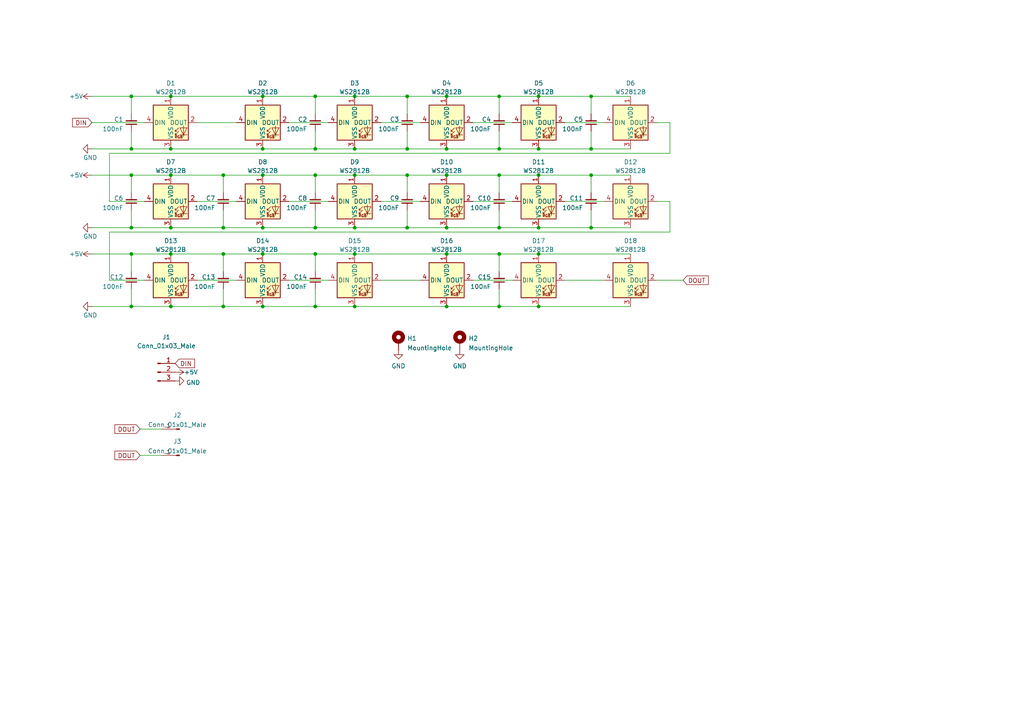
<source format=kicad_sch>
(kicad_sch (version 20211123) (generator eeschema)

  (uuid ffae2730-2409-4a52-a3a6-82e57daee1eb)

  (paper "A4")

  (lib_symbols
    (symbol "Connector:Conn_01x01_Male" (pin_names (offset 1.016) hide) (in_bom yes) (on_board yes)
      (property "Reference" "J" (id 0) (at 0 2.54 0)
        (effects (font (size 1.27 1.27)))
      )
      (property "Value" "Conn_01x01_Male" (id 1) (at 0 -2.54 0)
        (effects (font (size 1.27 1.27)))
      )
      (property "Footprint" "" (id 2) (at 0 0 0)
        (effects (font (size 1.27 1.27)) hide)
      )
      (property "Datasheet" "~" (id 3) (at 0 0 0)
        (effects (font (size 1.27 1.27)) hide)
      )
      (property "ki_keywords" "connector" (id 4) (at 0 0 0)
        (effects (font (size 1.27 1.27)) hide)
      )
      (property "ki_description" "Generic connector, single row, 01x01, script generated (kicad-library-utils/schlib/autogen/connector/)" (id 5) (at 0 0 0)
        (effects (font (size 1.27 1.27)) hide)
      )
      (property "ki_fp_filters" "Connector*:*" (id 6) (at 0 0 0)
        (effects (font (size 1.27 1.27)) hide)
      )
      (symbol "Conn_01x01_Male_1_1"
        (polyline
          (pts
            (xy 1.27 0)
            (xy 0.8636 0)
          )
          (stroke (width 0.1524) (type default) (color 0 0 0 0))
          (fill (type none))
        )
        (rectangle (start 0.8636 0.127) (end 0 -0.127)
          (stroke (width 0.1524) (type default) (color 0 0 0 0))
          (fill (type outline))
        )
        (pin passive line (at 5.08 0 180) (length 3.81)
          (name "Pin_1" (effects (font (size 1.27 1.27))))
          (number "1" (effects (font (size 1.27 1.27))))
        )
      )
    )
    (symbol "Connector:Conn_01x03_Male" (pin_names (offset 1.016) hide) (in_bom yes) (on_board yes)
      (property "Reference" "J" (id 0) (at 0 5.08 0)
        (effects (font (size 1.27 1.27)))
      )
      (property "Value" "Conn_01x03_Male" (id 1) (at 0 -5.08 0)
        (effects (font (size 1.27 1.27)))
      )
      (property "Footprint" "" (id 2) (at 0 0 0)
        (effects (font (size 1.27 1.27)) hide)
      )
      (property "Datasheet" "~" (id 3) (at 0 0 0)
        (effects (font (size 1.27 1.27)) hide)
      )
      (property "ki_keywords" "connector" (id 4) (at 0 0 0)
        (effects (font (size 1.27 1.27)) hide)
      )
      (property "ki_description" "Generic connector, single row, 01x03, script generated (kicad-library-utils/schlib/autogen/connector/)" (id 5) (at 0 0 0)
        (effects (font (size 1.27 1.27)) hide)
      )
      (property "ki_fp_filters" "Connector*:*_1x??_*" (id 6) (at 0 0 0)
        (effects (font (size 1.27 1.27)) hide)
      )
      (symbol "Conn_01x03_Male_1_1"
        (polyline
          (pts
            (xy 1.27 -2.54)
            (xy 0.8636 -2.54)
          )
          (stroke (width 0.1524) (type default) (color 0 0 0 0))
          (fill (type none))
        )
        (polyline
          (pts
            (xy 1.27 0)
            (xy 0.8636 0)
          )
          (stroke (width 0.1524) (type default) (color 0 0 0 0))
          (fill (type none))
        )
        (polyline
          (pts
            (xy 1.27 2.54)
            (xy 0.8636 2.54)
          )
          (stroke (width 0.1524) (type default) (color 0 0 0 0))
          (fill (type none))
        )
        (rectangle (start 0.8636 -2.413) (end 0 -2.667)
          (stroke (width 0.1524) (type default) (color 0 0 0 0))
          (fill (type outline))
        )
        (rectangle (start 0.8636 0.127) (end 0 -0.127)
          (stroke (width 0.1524) (type default) (color 0 0 0 0))
          (fill (type outline))
        )
        (rectangle (start 0.8636 2.667) (end 0 2.413)
          (stroke (width 0.1524) (type default) (color 0 0 0 0))
          (fill (type outline))
        )
        (pin passive line (at 5.08 2.54 180) (length 3.81)
          (name "Pin_1" (effects (font (size 1.27 1.27))))
          (number "1" (effects (font (size 1.27 1.27))))
        )
        (pin passive line (at 5.08 0 180) (length 3.81)
          (name "Pin_2" (effects (font (size 1.27 1.27))))
          (number "2" (effects (font (size 1.27 1.27))))
        )
        (pin passive line (at 5.08 -2.54 180) (length 3.81)
          (name "Pin_3" (effects (font (size 1.27 1.27))))
          (number "3" (effects (font (size 1.27 1.27))))
        )
      )
    )
    (symbol "Device:C_Small" (pin_numbers hide) (pin_names (offset 0.254) hide) (in_bom yes) (on_board yes)
      (property "Reference" "C" (id 0) (at 0.254 1.778 0)
        (effects (font (size 1.27 1.27)) (justify left))
      )
      (property "Value" "C_Small" (id 1) (at 0.254 -2.032 0)
        (effects (font (size 1.27 1.27)) (justify left))
      )
      (property "Footprint" "" (id 2) (at 0 0 0)
        (effects (font (size 1.27 1.27)) hide)
      )
      (property "Datasheet" "~" (id 3) (at 0 0 0)
        (effects (font (size 1.27 1.27)) hide)
      )
      (property "ki_keywords" "capacitor cap" (id 4) (at 0 0 0)
        (effects (font (size 1.27 1.27)) hide)
      )
      (property "ki_description" "Unpolarized capacitor, small symbol" (id 5) (at 0 0 0)
        (effects (font (size 1.27 1.27)) hide)
      )
      (property "ki_fp_filters" "C_*" (id 6) (at 0 0 0)
        (effects (font (size 1.27 1.27)) hide)
      )
      (symbol "C_Small_0_1"
        (polyline
          (pts
            (xy -1.524 -0.508)
            (xy 1.524 -0.508)
          )
          (stroke (width 0.3302) (type default) (color 0 0 0 0))
          (fill (type none))
        )
        (polyline
          (pts
            (xy -1.524 0.508)
            (xy 1.524 0.508)
          )
          (stroke (width 0.3048) (type default) (color 0 0 0 0))
          (fill (type none))
        )
      )
      (symbol "C_Small_1_1"
        (pin passive line (at 0 2.54 270) (length 2.032)
          (name "~" (effects (font (size 1.27 1.27))))
          (number "1" (effects (font (size 1.27 1.27))))
        )
        (pin passive line (at 0 -2.54 90) (length 2.032)
          (name "~" (effects (font (size 1.27 1.27))))
          (number "2" (effects (font (size 1.27 1.27))))
        )
      )
    )
    (symbol "LED:WS2812B" (pin_names (offset 0.254)) (in_bom yes) (on_board yes)
      (property "Reference" "D" (id 0) (at 5.08 5.715 0)
        (effects (font (size 1.27 1.27)) (justify right bottom))
      )
      (property "Value" "WS2812B" (id 1) (at 1.27 -5.715 0)
        (effects (font (size 1.27 1.27)) (justify left top))
      )
      (property "Footprint" "LED_SMD:LED_WS2812B_PLCC4_5.0x5.0mm_P3.2mm" (id 2) (at 1.27 -7.62 0)
        (effects (font (size 1.27 1.27)) (justify left top) hide)
      )
      (property "Datasheet" "https://cdn-shop.adafruit.com/datasheets/WS2812B.pdf" (id 3) (at 2.54 -9.525 0)
        (effects (font (size 1.27 1.27)) (justify left top) hide)
      )
      (property "ki_keywords" "RGB LED NeoPixel addressable" (id 4) (at 0 0 0)
        (effects (font (size 1.27 1.27)) hide)
      )
      (property "ki_description" "RGB LED with integrated controller" (id 5) (at 0 0 0)
        (effects (font (size 1.27 1.27)) hide)
      )
      (property "ki_fp_filters" "LED*WS2812*PLCC*5.0x5.0mm*P3.2mm*" (id 6) (at 0 0 0)
        (effects (font (size 1.27 1.27)) hide)
      )
      (symbol "WS2812B_0_0"
        (text "RGB" (at 2.286 -4.191 0)
          (effects (font (size 0.762 0.762)))
        )
      )
      (symbol "WS2812B_0_1"
        (polyline
          (pts
            (xy 1.27 -3.556)
            (xy 1.778 -3.556)
          )
          (stroke (width 0) (type default) (color 0 0 0 0))
          (fill (type none))
        )
        (polyline
          (pts
            (xy 1.27 -2.54)
            (xy 1.778 -2.54)
          )
          (stroke (width 0) (type default) (color 0 0 0 0))
          (fill (type none))
        )
        (polyline
          (pts
            (xy 4.699 -3.556)
            (xy 2.667 -3.556)
          )
          (stroke (width 0) (type default) (color 0 0 0 0))
          (fill (type none))
        )
        (polyline
          (pts
            (xy 2.286 -2.54)
            (xy 1.27 -3.556)
            (xy 1.27 -3.048)
          )
          (stroke (width 0) (type default) (color 0 0 0 0))
          (fill (type none))
        )
        (polyline
          (pts
            (xy 2.286 -1.524)
            (xy 1.27 -2.54)
            (xy 1.27 -2.032)
          )
          (stroke (width 0) (type default) (color 0 0 0 0))
          (fill (type none))
        )
        (polyline
          (pts
            (xy 3.683 -1.016)
            (xy 3.683 -3.556)
            (xy 3.683 -4.064)
          )
          (stroke (width 0) (type default) (color 0 0 0 0))
          (fill (type none))
        )
        (polyline
          (pts
            (xy 4.699 -1.524)
            (xy 2.667 -1.524)
            (xy 3.683 -3.556)
            (xy 4.699 -1.524)
          )
          (stroke (width 0) (type default) (color 0 0 0 0))
          (fill (type none))
        )
        (rectangle (start 5.08 5.08) (end -5.08 -5.08)
          (stroke (width 0.254) (type default) (color 0 0 0 0))
          (fill (type background))
        )
      )
      (symbol "WS2812B_1_1"
        (pin power_in line (at 0 7.62 270) (length 2.54)
          (name "VDD" (effects (font (size 1.27 1.27))))
          (number "1" (effects (font (size 1.27 1.27))))
        )
        (pin output line (at 7.62 0 180) (length 2.54)
          (name "DOUT" (effects (font (size 1.27 1.27))))
          (number "2" (effects (font (size 1.27 1.27))))
        )
        (pin power_in line (at 0 -7.62 90) (length 2.54)
          (name "VSS" (effects (font (size 1.27 1.27))))
          (number "3" (effects (font (size 1.27 1.27))))
        )
        (pin input line (at -7.62 0 0) (length 2.54)
          (name "DIN" (effects (font (size 1.27 1.27))))
          (number "4" (effects (font (size 1.27 1.27))))
        )
      )
    )
    (symbol "Mechanical:MountingHole_Pad" (pin_numbers hide) (pin_names (offset 1.016) hide) (in_bom yes) (on_board yes)
      (property "Reference" "H" (id 0) (at 0 6.35 0)
        (effects (font (size 1.27 1.27)))
      )
      (property "Value" "MountingHole_Pad" (id 1) (at 0 4.445 0)
        (effects (font (size 1.27 1.27)))
      )
      (property "Footprint" "" (id 2) (at 0 0 0)
        (effects (font (size 1.27 1.27)) hide)
      )
      (property "Datasheet" "~" (id 3) (at 0 0 0)
        (effects (font (size 1.27 1.27)) hide)
      )
      (property "ki_keywords" "mounting hole" (id 4) (at 0 0 0)
        (effects (font (size 1.27 1.27)) hide)
      )
      (property "ki_description" "Mounting Hole with connection" (id 5) (at 0 0 0)
        (effects (font (size 1.27 1.27)) hide)
      )
      (property "ki_fp_filters" "MountingHole*Pad*" (id 6) (at 0 0 0)
        (effects (font (size 1.27 1.27)) hide)
      )
      (symbol "MountingHole_Pad_0_1"
        (circle (center 0 1.27) (radius 1.27)
          (stroke (width 1.27) (type default) (color 0 0 0 0))
          (fill (type none))
        )
      )
      (symbol "MountingHole_Pad_1_1"
        (pin input line (at 0 -2.54 90) (length 2.54)
          (name "1" (effects (font (size 1.27 1.27))))
          (number "1" (effects (font (size 1.27 1.27))))
        )
      )
    )
    (symbol "power:+5V" (power) (pin_names (offset 0)) (in_bom yes) (on_board yes)
      (property "Reference" "#PWR" (id 0) (at 0 -3.81 0)
        (effects (font (size 1.27 1.27)) hide)
      )
      (property "Value" "+5V" (id 1) (at 0 3.556 0)
        (effects (font (size 1.27 1.27)))
      )
      (property "Footprint" "" (id 2) (at 0 0 0)
        (effects (font (size 1.27 1.27)) hide)
      )
      (property "Datasheet" "" (id 3) (at 0 0 0)
        (effects (font (size 1.27 1.27)) hide)
      )
      (property "ki_keywords" "power-flag" (id 4) (at 0 0 0)
        (effects (font (size 1.27 1.27)) hide)
      )
      (property "ki_description" "Power symbol creates a global label with name \"+5V\"" (id 5) (at 0 0 0)
        (effects (font (size 1.27 1.27)) hide)
      )
      (symbol "+5V_0_1"
        (polyline
          (pts
            (xy -0.762 1.27)
            (xy 0 2.54)
          )
          (stroke (width 0) (type default) (color 0 0 0 0))
          (fill (type none))
        )
        (polyline
          (pts
            (xy 0 0)
            (xy 0 2.54)
          )
          (stroke (width 0) (type default) (color 0 0 0 0))
          (fill (type none))
        )
        (polyline
          (pts
            (xy 0 2.54)
            (xy 0.762 1.27)
          )
          (stroke (width 0) (type default) (color 0 0 0 0))
          (fill (type none))
        )
      )
      (symbol "+5V_1_1"
        (pin power_in line (at 0 0 90) (length 0) hide
          (name "+5V" (effects (font (size 1.27 1.27))))
          (number "1" (effects (font (size 1.27 1.27))))
        )
      )
    )
    (symbol "power:GND" (power) (pin_names (offset 0)) (in_bom yes) (on_board yes)
      (property "Reference" "#PWR" (id 0) (at 0 -6.35 0)
        (effects (font (size 1.27 1.27)) hide)
      )
      (property "Value" "GND" (id 1) (at 0 -3.81 0)
        (effects (font (size 1.27 1.27)))
      )
      (property "Footprint" "" (id 2) (at 0 0 0)
        (effects (font (size 1.27 1.27)) hide)
      )
      (property "Datasheet" "" (id 3) (at 0 0 0)
        (effects (font (size 1.27 1.27)) hide)
      )
      (property "ki_keywords" "power-flag" (id 4) (at 0 0 0)
        (effects (font (size 1.27 1.27)) hide)
      )
      (property "ki_description" "Power symbol creates a global label with name \"GND\" , ground" (id 5) (at 0 0 0)
        (effects (font (size 1.27 1.27)) hide)
      )
      (symbol "GND_0_1"
        (polyline
          (pts
            (xy 0 0)
            (xy 0 -1.27)
            (xy 1.27 -1.27)
            (xy 0 -2.54)
            (xy -1.27 -1.27)
            (xy 0 -1.27)
          )
          (stroke (width 0) (type default) (color 0 0 0 0))
          (fill (type none))
        )
      )
      (symbol "GND_1_1"
        (pin power_in line (at 0 0 270) (length 0) hide
          (name "GND" (effects (font (size 1.27 1.27))))
          (number "1" (effects (font (size 1.27 1.27))))
        )
      )
    )
  )

  (junction (at 102.87 88.9) (diameter 0) (color 0 0 0 0)
    (uuid 01f9d933-3e64-4d94-9e75-0366e90c532b)
  )
  (junction (at 129.54 43.18) (diameter 0) (color 0 0 0 0)
    (uuid 033c6462-39d5-4f7e-a131-eca5958fc80a)
  )
  (junction (at 156.21 73.66) (diameter 0) (color 0 0 0 0)
    (uuid 05376afb-523b-422d-b978-d42cac27e991)
  )
  (junction (at 102.87 50.8) (diameter 0) (color 0 0 0 0)
    (uuid 06e5fdcb-b2e1-4a49-882f-a83d55e4d87d)
  )
  (junction (at 64.77 66.04) (diameter 0) (color 0 0 0 0)
    (uuid 0aa847bc-ca2b-4611-86db-a3d568857af8)
  )
  (junction (at 102.87 43.18) (diameter 0) (color 0 0 0 0)
    (uuid 13b95988-03d0-44bf-9735-903516e305c6)
  )
  (junction (at 38.1 27.94) (diameter 0) (color 0 0 0 0)
    (uuid 2222225b-83dc-47fd-8dae-c5254e70cf2a)
  )
  (junction (at 49.53 66.04) (diameter 0) (color 0 0 0 0)
    (uuid 222b28f4-b39a-408a-90be-d68d8c3815de)
  )
  (junction (at 118.11 50.8) (diameter 0) (color 0 0 0 0)
    (uuid 240a2e69-6b53-4741-a7cb-045100f434e1)
  )
  (junction (at 91.44 88.9) (diameter 0) (color 0 0 0 0)
    (uuid 26ee8a6b-9cab-48a8-90c9-ed36d951f808)
  )
  (junction (at 91.44 50.8) (diameter 0) (color 0 0 0 0)
    (uuid 28ce0c9c-c660-4a27-861f-462351af72f5)
  )
  (junction (at 49.53 50.8) (diameter 0) (color 0 0 0 0)
    (uuid 2926cc3e-ec7e-499f-b919-7bf7a4234444)
  )
  (junction (at 171.45 27.94) (diameter 0) (color 0 0 0 0)
    (uuid 2d720351-0ba8-46d1-a9c6-48716b1fe711)
  )
  (junction (at 38.1 66.04) (diameter 0) (color 0 0 0 0)
    (uuid 33efeebc-61f9-4112-bced-5f44a2f8d70b)
  )
  (junction (at 144.78 73.66) (diameter 0) (color 0 0 0 0)
    (uuid 35e42f05-2d4e-4a53-8a0a-e3317c3dfb94)
  )
  (junction (at 76.2 27.94) (diameter 0) (color 0 0 0 0)
    (uuid 3bf6c241-7673-4421-99a6-b2d7dd261f80)
  )
  (junction (at 102.87 73.66) (diameter 0) (color 0 0 0 0)
    (uuid 48ae0b3e-9095-4b03-81d1-0ed50142ae1c)
  )
  (junction (at 38.1 43.18) (diameter 0) (color 0 0 0 0)
    (uuid 59a4f948-8c52-4dc7-b840-c9865c17a757)
  )
  (junction (at 49.53 27.94) (diameter 0) (color 0 0 0 0)
    (uuid 5ab0120b-2882-4bef-ad2c-6c75f1c66fe8)
  )
  (junction (at 144.78 66.04) (diameter 0) (color 0 0 0 0)
    (uuid 5f307aaa-c78d-466a-b5f1-e9749b8abb96)
  )
  (junction (at 118.11 43.18) (diameter 0) (color 0 0 0 0)
    (uuid 642660ae-7fe8-4799-afbd-12617d443464)
  )
  (junction (at 76.2 73.66) (diameter 0) (color 0 0 0 0)
    (uuid 69e92573-536e-4423-b480-d12864c729f1)
  )
  (junction (at 129.54 73.66) (diameter 0) (color 0 0 0 0)
    (uuid 6b4f56f1-bd65-4814-9ba3-ee4835b1b0d9)
  )
  (junction (at 156.21 43.18) (diameter 0) (color 0 0 0 0)
    (uuid 713e480c-bb1d-4324-8bc5-d294a306dffc)
  )
  (junction (at 156.21 50.8) (diameter 0) (color 0 0 0 0)
    (uuid 71eafd37-d5fe-4d92-ba1c-8bc60fddba4f)
  )
  (junction (at 129.54 66.04) (diameter 0) (color 0 0 0 0)
    (uuid 72469c6f-b429-4229-a330-65ed9a449e0c)
  )
  (junction (at 76.2 43.18) (diameter 0) (color 0 0 0 0)
    (uuid 72e00d4c-8fb4-4fb3-a322-bd8c560bcb30)
  )
  (junction (at 144.78 88.9) (diameter 0) (color 0 0 0 0)
    (uuid 73a7f7aa-f40f-4b8d-8b98-932fdf269a8d)
  )
  (junction (at 156.21 66.04) (diameter 0) (color 0 0 0 0)
    (uuid 77dbdad9-5daa-49fa-a09e-a8898e0f10e9)
  )
  (junction (at 49.53 73.66) (diameter 0) (color 0 0 0 0)
    (uuid 7a07896b-745e-4240-8152-3a2441417727)
  )
  (junction (at 64.77 50.8) (diameter 0) (color 0 0 0 0)
    (uuid 7f25b045-f7b1-4001-a559-f31e0bb8a401)
  )
  (junction (at 102.87 27.94) (diameter 0) (color 0 0 0 0)
    (uuid 83c16b5b-27bc-43e8-8d10-28177cb72288)
  )
  (junction (at 118.11 66.04) (diameter 0) (color 0 0 0 0)
    (uuid 84bf4721-bd64-47e8-9305-8269decf1a88)
  )
  (junction (at 102.87 66.04) (diameter 0) (color 0 0 0 0)
    (uuid 877addf7-6029-43ff-b03b-6d8e69abce0a)
  )
  (junction (at 171.45 50.8) (diameter 0) (color 0 0 0 0)
    (uuid 97c7b1e1-5655-4816-95ea-18fba92b11dc)
  )
  (junction (at 76.2 66.04) (diameter 0) (color 0 0 0 0)
    (uuid 9f12e5af-f234-4e15-a0b7-8bf6d20b455a)
  )
  (junction (at 129.54 27.94) (diameter 0) (color 0 0 0 0)
    (uuid a6248275-f07a-456d-8e69-0f17c3d9a9fd)
  )
  (junction (at 129.54 88.9) (diameter 0) (color 0 0 0 0)
    (uuid a8d07ed2-25b9-47c6-9070-b7f1d94de55b)
  )
  (junction (at 38.1 50.8) (diameter 0) (color 0 0 0 0)
    (uuid abd6e9a3-fd57-4112-889c-313680f50cd3)
  )
  (junction (at 156.21 27.94) (diameter 0) (color 0 0 0 0)
    (uuid b2bff616-744b-4144-90ed-27850043f8dd)
  )
  (junction (at 76.2 50.8) (diameter 0) (color 0 0 0 0)
    (uuid b43c4cec-e493-4bd0-a798-0b2204e288da)
  )
  (junction (at 91.44 73.66) (diameter 0) (color 0 0 0 0)
    (uuid b5dc7a97-058d-46bb-9c41-b7efd283a79e)
  )
  (junction (at 144.78 43.18) (diameter 0) (color 0 0 0 0)
    (uuid b6156ad5-3857-4fd6-93cc-67abd49e84ec)
  )
  (junction (at 91.44 66.04) (diameter 0) (color 0 0 0 0)
    (uuid b8b17daf-5381-410e-8b0c-0d255e4a9cd5)
  )
  (junction (at 129.54 50.8) (diameter 0) (color 0 0 0 0)
    (uuid c07cbfab-a727-48a5-9c5a-b1052092ba6e)
  )
  (junction (at 64.77 73.66) (diameter 0) (color 0 0 0 0)
    (uuid ca04f75e-8dff-4d42-832e-3bc65a6320c3)
  )
  (junction (at 49.53 43.18) (diameter 0) (color 0 0 0 0)
    (uuid cbc72544-8199-4d6f-87f5-7a5a11d00328)
  )
  (junction (at 118.11 27.94) (diameter 0) (color 0 0 0 0)
    (uuid ccd697fa-5840-4908-9905-afa3e38bdfa0)
  )
  (junction (at 171.45 66.04) (diameter 0) (color 0 0 0 0)
    (uuid cf126c9f-5efc-441e-be14-fdd360aac9c3)
  )
  (junction (at 38.1 88.9) (diameter 0) (color 0 0 0 0)
    (uuid d03477a4-3d9e-48b7-a3f3-2e34a7ddd91d)
  )
  (junction (at 144.78 27.94) (diameter 0) (color 0 0 0 0)
    (uuid d3a3a443-8d63-49e7-b3f5-ea4035f32241)
  )
  (junction (at 144.78 50.8) (diameter 0) (color 0 0 0 0)
    (uuid dd3e1a66-bab5-4a97-ba89-feb2cc0132b2)
  )
  (junction (at 91.44 27.94) (diameter 0) (color 0 0 0 0)
    (uuid e2701762-0b03-4209-9d67-e34a4d85fffc)
  )
  (junction (at 49.53 88.9) (diameter 0) (color 0 0 0 0)
    (uuid e4043930-b24c-4049-b756-418f04521df1)
  )
  (junction (at 76.2 88.9) (diameter 0) (color 0 0 0 0)
    (uuid e88e45f5-fc4d-4e18-bd6d-29ba2f0cc5cd)
  )
  (junction (at 171.45 43.18) (diameter 0) (color 0 0 0 0)
    (uuid ec315115-1cb2-413c-9941-0222c476bddb)
  )
  (junction (at 156.21 88.9) (diameter 0) (color 0 0 0 0)
    (uuid ef656ecd-430b-4bdf-8745-7ed927a5a73e)
  )
  (junction (at 64.77 88.9) (diameter 0) (color 0 0 0 0)
    (uuid f8c80e3b-2114-417a-8c69-37472df97ea9)
  )
  (junction (at 91.44 43.18) (diameter 0) (color 0 0 0 0)
    (uuid fc91b7e3-3233-4adb-8fb6-d80087f3be1b)
  )
  (junction (at 38.1 73.66) (diameter 0) (color 0 0 0 0)
    (uuid fe7b9f64-369c-40f4-9322-4c313ce1e541)
  )

  (wire (pts (xy 144.78 73.66) (xy 156.21 73.66))
    (stroke (width 0) (type default) (color 0 0 0 0))
    (uuid 01c6819a-5842-4519-9816-953cfec99973)
  )
  (wire (pts (xy 190.5 81.28) (xy 198.12 81.28))
    (stroke (width 0) (type default) (color 0 0 0 0))
    (uuid 0246783c-a12a-4f35-99e5-f899fcfddfd0)
  )
  (wire (pts (xy 31.75 81.28) (xy 41.91 81.28))
    (stroke (width 0) (type default) (color 0 0 0 0))
    (uuid 06059b92-6021-474f-81ba-1e6ca1ab7ed8)
  )
  (wire (pts (xy 91.44 38.1) (xy 91.44 43.18))
    (stroke (width 0) (type default) (color 0 0 0 0))
    (uuid 069802f3-e16e-4fc3-ad52-71357c0096e2)
  )
  (wire (pts (xy 129.54 88.9) (xy 144.78 88.9))
    (stroke (width 0) (type default) (color 0 0 0 0))
    (uuid 081faf62-e692-466c-86b4-6989f7853aeb)
  )
  (wire (pts (xy 76.2 50.8) (xy 91.44 50.8))
    (stroke (width 0) (type default) (color 0 0 0 0))
    (uuid 0a1e6f10-0340-4f28-bb87-298083738bf2)
  )
  (wire (pts (xy 38.1 60.96) (xy 38.1 66.04))
    (stroke (width 0) (type default) (color 0 0 0 0))
    (uuid 0c3fe58e-8589-4244-b18e-616dcd780c7f)
  )
  (wire (pts (xy 64.77 78.74) (xy 64.77 73.66))
    (stroke (width 0) (type default) (color 0 0 0 0))
    (uuid 0d22515b-4c47-49e6-8d0a-4bcf763bad1b)
  )
  (wire (pts (xy 144.78 27.94) (xy 156.21 27.94))
    (stroke (width 0) (type default) (color 0 0 0 0))
    (uuid 0da2a34a-5106-4597-b573-3c36f99a32d1)
  )
  (wire (pts (xy 171.45 43.18) (xy 182.88 43.18))
    (stroke (width 0) (type default) (color 0 0 0 0))
    (uuid 1279017b-477e-424f-94e2-9c198b4f7ee6)
  )
  (wire (pts (xy 26.67 73.66) (xy 38.1 73.66))
    (stroke (width 0) (type default) (color 0 0 0 0))
    (uuid 141f7366-3316-4b3b-a43f-b2a7bd12132a)
  )
  (wire (pts (xy 102.87 27.94) (xy 118.11 27.94))
    (stroke (width 0) (type default) (color 0 0 0 0))
    (uuid 16190e38-e248-4e1b-b4d4-a91588bcb712)
  )
  (wire (pts (xy 118.11 55.88) (xy 118.11 50.8))
    (stroke (width 0) (type default) (color 0 0 0 0))
    (uuid 183b54d2-fb7d-4969-b6ed-9c93b75e094f)
  )
  (wire (pts (xy 171.45 33.02) (xy 171.45 27.94))
    (stroke (width 0) (type default) (color 0 0 0 0))
    (uuid 184db87f-2fcf-4770-a045-b5b0eeb8f40d)
  )
  (wire (pts (xy 118.11 43.18) (xy 129.54 43.18))
    (stroke (width 0) (type default) (color 0 0 0 0))
    (uuid 1ad60fa6-ae75-41ae-973c-a7be56fc15b6)
  )
  (wire (pts (xy 49.53 88.9) (xy 64.77 88.9))
    (stroke (width 0) (type default) (color 0 0 0 0))
    (uuid 1afec7ac-6660-492c-afbf-4f75f29e0a4f)
  )
  (wire (pts (xy 118.11 27.94) (xy 129.54 27.94))
    (stroke (width 0) (type default) (color 0 0 0 0))
    (uuid 1b66f566-f1d5-4c37-ae7e-db7c58079f8e)
  )
  (wire (pts (xy 190.5 58.42) (xy 194.31 58.42))
    (stroke (width 0) (type default) (color 0 0 0 0))
    (uuid 1e3db4f2-9858-4312-9f2a-62912f249659)
  )
  (wire (pts (xy 57.15 35.56) (xy 68.58 35.56))
    (stroke (width 0) (type default) (color 0 0 0 0))
    (uuid 1f207c55-67aa-4a8e-a844-3ddd31a0dac0)
  )
  (wire (pts (xy 76.2 43.18) (xy 91.44 43.18))
    (stroke (width 0) (type default) (color 0 0 0 0))
    (uuid 202d03dd-665e-4611-b70d-e54ba9f2e6b2)
  )
  (wire (pts (xy 171.45 38.1) (xy 171.45 43.18))
    (stroke (width 0) (type default) (color 0 0 0 0))
    (uuid 256ee540-202a-4abf-9821-2132f187af21)
  )
  (wire (pts (xy 171.45 55.88) (xy 171.45 50.8))
    (stroke (width 0) (type default) (color 0 0 0 0))
    (uuid 2775e481-7e1a-4826-b93b-996402a5df34)
  )
  (wire (pts (xy 102.87 66.04) (xy 118.11 66.04))
    (stroke (width 0) (type default) (color 0 0 0 0))
    (uuid 2bb1b552-1802-47d3-baf1-376ad1e5dd3e)
  )
  (wire (pts (xy 83.82 35.56) (xy 95.25 35.56))
    (stroke (width 0) (type default) (color 0 0 0 0))
    (uuid 2c49a009-2506-4d15-beae-f70e264aba43)
  )
  (wire (pts (xy 91.44 60.96) (xy 91.44 66.04))
    (stroke (width 0) (type default) (color 0 0 0 0))
    (uuid 30714581-e4f6-4ffa-968b-c99cd750fa4e)
  )
  (wire (pts (xy 64.77 55.88) (xy 64.77 50.8))
    (stroke (width 0) (type default) (color 0 0 0 0))
    (uuid 32a0da81-8792-474c-9815-1e53fdb98cca)
  )
  (wire (pts (xy 91.44 55.88) (xy 91.44 50.8))
    (stroke (width 0) (type default) (color 0 0 0 0))
    (uuid 32fd25cc-582c-49b1-a8f6-e340ba68f85e)
  )
  (wire (pts (xy 41.91 58.42) (xy 31.75 58.42))
    (stroke (width 0) (type default) (color 0 0 0 0))
    (uuid 3caef4a9-162a-4f39-bb83-3f53edde4a74)
  )
  (wire (pts (xy 110.49 35.56) (xy 121.92 35.56))
    (stroke (width 0) (type default) (color 0 0 0 0))
    (uuid 3f539414-89ba-4f37-bc8a-3da4cf1c211f)
  )
  (wire (pts (xy 171.45 50.8) (xy 182.88 50.8))
    (stroke (width 0) (type default) (color 0 0 0 0))
    (uuid 44e7021c-c1e1-4e7d-9ec7-c79d3e416f6b)
  )
  (wire (pts (xy 31.75 67.31) (xy 31.75 81.28))
    (stroke (width 0) (type default) (color 0 0 0 0))
    (uuid 46046ae0-78a1-4da1-9cd5-cd16d9d3f865)
  )
  (wire (pts (xy 171.45 60.96) (xy 171.45 66.04))
    (stroke (width 0) (type default) (color 0 0 0 0))
    (uuid 4921d049-5b2d-4262-b362-3928ff5ef51d)
  )
  (wire (pts (xy 102.87 88.9) (xy 129.54 88.9))
    (stroke (width 0) (type default) (color 0 0 0 0))
    (uuid 4c22d894-b4e9-4d31-a73a-d84c8e314114)
  )
  (wire (pts (xy 144.78 78.74) (xy 144.78 73.66))
    (stroke (width 0) (type default) (color 0 0 0 0))
    (uuid 4cc15737-5c4e-464a-9782-7442bf9059cc)
  )
  (wire (pts (xy 129.54 66.04) (xy 144.78 66.04))
    (stroke (width 0) (type default) (color 0 0 0 0))
    (uuid 4d5a447b-6e66-42af-95bf-9fcae885ed5a)
  )
  (wire (pts (xy 129.54 50.8) (xy 144.78 50.8))
    (stroke (width 0) (type default) (color 0 0 0 0))
    (uuid 4ec5857f-f7a5-4874-8b51-2350f1586b80)
  )
  (wire (pts (xy 31.75 58.42) (xy 31.75 44.45))
    (stroke (width 0) (type default) (color 0 0 0 0))
    (uuid 4efc8ca8-e197-4a13-87bd-fc002102c401)
  )
  (wire (pts (xy 26.67 88.9) (xy 38.1 88.9))
    (stroke (width 0) (type default) (color 0 0 0 0))
    (uuid 501ea1f5-90c1-4577-b65c-92444a63efcd)
  )
  (wire (pts (xy 144.78 33.02) (xy 144.78 27.94))
    (stroke (width 0) (type default) (color 0 0 0 0))
    (uuid 50f3c45b-3134-41b7-8c64-a49b87793127)
  )
  (wire (pts (xy 49.53 73.66) (xy 64.77 73.66))
    (stroke (width 0) (type default) (color 0 0 0 0))
    (uuid 50f88143-dd63-4f74-bc8d-2fd3a5370357)
  )
  (wire (pts (xy 91.44 73.66) (xy 102.87 73.66))
    (stroke (width 0) (type default) (color 0 0 0 0))
    (uuid 550d8820-f9c5-4652-9a50-cf7fe4c6e1d7)
  )
  (wire (pts (xy 49.53 43.18) (xy 76.2 43.18))
    (stroke (width 0) (type default) (color 0 0 0 0))
    (uuid 558f166e-14a5-4b20-90cd-23918b7a625c)
  )
  (wire (pts (xy 137.16 58.42) (xy 148.59 58.42))
    (stroke (width 0) (type default) (color 0 0 0 0))
    (uuid 55f63549-8078-457e-b366-a582fbc63cf5)
  )
  (wire (pts (xy 144.78 50.8) (xy 156.21 50.8))
    (stroke (width 0) (type default) (color 0 0 0 0))
    (uuid 5752eee8-c887-44d6-ad69-68ade24c9d15)
  )
  (wire (pts (xy 40.64 124.46) (xy 46.99 124.46))
    (stroke (width 0) (type default) (color 0 0 0 0))
    (uuid 5b086c93-e118-4a7d-a261-5a9265abe4f3)
  )
  (wire (pts (xy 64.77 66.04) (xy 76.2 66.04))
    (stroke (width 0) (type default) (color 0 0 0 0))
    (uuid 601c92e2-1892-4a99-8cd0-c4274a32a3df)
  )
  (wire (pts (xy 49.53 27.94) (xy 76.2 27.94))
    (stroke (width 0) (type default) (color 0 0 0 0))
    (uuid 6021e0bf-979e-4327-9b1a-fcab06d9bbcf)
  )
  (wire (pts (xy 156.21 88.9) (xy 182.88 88.9))
    (stroke (width 0) (type default) (color 0 0 0 0))
    (uuid 6340ab02-84d9-421f-8f33-9ba7b0da757d)
  )
  (wire (pts (xy 26.67 27.94) (xy 38.1 27.94))
    (stroke (width 0) (type default) (color 0 0 0 0))
    (uuid 641ea930-726f-4bc1-98ca-fb287c4df061)
  )
  (wire (pts (xy 110.49 58.42) (xy 121.92 58.42))
    (stroke (width 0) (type default) (color 0 0 0 0))
    (uuid 65eb60ff-3882-4383-bbd4-de2a4361b9e3)
  )
  (wire (pts (xy 118.11 38.1) (xy 118.11 43.18))
    (stroke (width 0) (type default) (color 0 0 0 0))
    (uuid 661413db-d7af-4866-930e-d21179913b4f)
  )
  (wire (pts (xy 194.31 58.42) (xy 194.31 67.31))
    (stroke (width 0) (type default) (color 0 0 0 0))
    (uuid 67c20d5d-ce07-4640-8d57-f26de18fefd5)
  )
  (wire (pts (xy 163.83 35.56) (xy 175.26 35.56))
    (stroke (width 0) (type default) (color 0 0 0 0))
    (uuid 68c65958-1801-4b6b-88ac-c415d7f2ad67)
  )
  (wire (pts (xy 38.1 27.94) (xy 49.53 27.94))
    (stroke (width 0) (type default) (color 0 0 0 0))
    (uuid 6976b33c-7715-4e7c-8e97-4031b64088d1)
  )
  (wire (pts (xy 38.1 43.18) (xy 49.53 43.18))
    (stroke (width 0) (type default) (color 0 0 0 0))
    (uuid 6b509337-5ea5-459c-bc15-268c4faef86f)
  )
  (wire (pts (xy 194.31 35.56) (xy 190.5 35.56))
    (stroke (width 0) (type default) (color 0 0 0 0))
    (uuid 6f4a6e26-e72d-4b2e-a829-1b0ad7d5fc8d)
  )
  (wire (pts (xy 129.54 43.18) (xy 144.78 43.18))
    (stroke (width 0) (type default) (color 0 0 0 0))
    (uuid 6fdde01e-c3a0-47dd-b746-b9e947bc95b6)
  )
  (wire (pts (xy 38.1 33.02) (xy 38.1 27.94))
    (stroke (width 0) (type default) (color 0 0 0 0))
    (uuid 6ff296e9-e53a-4da4-8f0c-6166a1d4d999)
  )
  (wire (pts (xy 163.83 58.42) (xy 175.26 58.42))
    (stroke (width 0) (type default) (color 0 0 0 0))
    (uuid 7315e2a0-d392-488c-b431-b8a43d8b891d)
  )
  (wire (pts (xy 144.78 43.18) (xy 156.21 43.18))
    (stroke (width 0) (type default) (color 0 0 0 0))
    (uuid 7d1839c1-a298-4b7f-b623-f37cf1ee8cc8)
  )
  (wire (pts (xy 137.16 35.56) (xy 148.59 35.56))
    (stroke (width 0) (type default) (color 0 0 0 0))
    (uuid 80930734-bad9-4294-91e1-3577488407f7)
  )
  (wire (pts (xy 31.75 44.45) (xy 194.31 44.45))
    (stroke (width 0) (type default) (color 0 0 0 0))
    (uuid 8247555e-adb1-4952-bd8b-9a1ccfd193a3)
  )
  (wire (pts (xy 156.21 50.8) (xy 171.45 50.8))
    (stroke (width 0) (type default) (color 0 0 0 0))
    (uuid 828a583e-cb33-4ecb-861b-475bc4fb6d8a)
  )
  (wire (pts (xy 91.44 50.8) (xy 102.87 50.8))
    (stroke (width 0) (type default) (color 0 0 0 0))
    (uuid 8702b66c-6eb5-4df4-bfc5-c4caac14cdd6)
  )
  (wire (pts (xy 38.1 88.9) (xy 49.53 88.9))
    (stroke (width 0) (type default) (color 0 0 0 0))
    (uuid 87bbe75f-5ddc-4fcd-984a-7e7a907ea006)
  )
  (wire (pts (xy 118.11 66.04) (xy 129.54 66.04))
    (stroke (width 0) (type default) (color 0 0 0 0))
    (uuid 89470cbb-be35-4a38-8f6c-1aff44a1c6b3)
  )
  (wire (pts (xy 57.15 81.28) (xy 68.58 81.28))
    (stroke (width 0) (type default) (color 0 0 0 0))
    (uuid 8b7233de-e409-41a4-a685-a51371117ab3)
  )
  (wire (pts (xy 49.53 66.04) (xy 64.77 66.04))
    (stroke (width 0) (type default) (color 0 0 0 0))
    (uuid 918c807f-6f86-4bc2-8d81-0b8340d14a2c)
  )
  (wire (pts (xy 102.87 73.66) (xy 129.54 73.66))
    (stroke (width 0) (type default) (color 0 0 0 0))
    (uuid 93493ace-d8f0-4075-94a8-c6a15bfc24ff)
  )
  (wire (pts (xy 57.15 58.42) (xy 68.58 58.42))
    (stroke (width 0) (type default) (color 0 0 0 0))
    (uuid 95c0edf4-0ad9-43ce-bcd4-6700ae48f23f)
  )
  (wire (pts (xy 76.2 73.66) (xy 91.44 73.66))
    (stroke (width 0) (type default) (color 0 0 0 0))
    (uuid 99473071-a70a-4d95-a56a-42f31e5f38bb)
  )
  (wire (pts (xy 144.78 83.82) (xy 144.78 88.9))
    (stroke (width 0) (type default) (color 0 0 0 0))
    (uuid 9c428a97-55f3-4e24-9f93-477d3297e7e7)
  )
  (wire (pts (xy 76.2 27.94) (xy 91.44 27.94))
    (stroke (width 0) (type default) (color 0 0 0 0))
    (uuid 9c901e60-4167-4238-ab74-82ec6b442771)
  )
  (wire (pts (xy 26.67 35.56) (xy 41.91 35.56))
    (stroke (width 0) (type default) (color 0 0 0 0))
    (uuid 9cf5929c-9533-42e1-9f13-adf4f64c9f53)
  )
  (wire (pts (xy 144.78 55.88) (xy 144.78 50.8))
    (stroke (width 0) (type default) (color 0 0 0 0))
    (uuid 9d49658c-32bc-482c-be6b-d7b137166e08)
  )
  (wire (pts (xy 91.44 66.04) (xy 102.87 66.04))
    (stroke (width 0) (type default) (color 0 0 0 0))
    (uuid 9ebbd44a-3d73-45ca-8f10-dac9848d0f1d)
  )
  (wire (pts (xy 156.21 66.04) (xy 171.45 66.04))
    (stroke (width 0) (type default) (color 0 0 0 0))
    (uuid a3aca66e-0260-49f9-949e-e0960bc113f0)
  )
  (wire (pts (xy 83.82 58.42) (xy 95.25 58.42))
    (stroke (width 0) (type default) (color 0 0 0 0))
    (uuid a4046170-c56b-4382-a920-f3c59154758c)
  )
  (wire (pts (xy 91.44 83.82) (xy 91.44 88.9))
    (stroke (width 0) (type default) (color 0 0 0 0))
    (uuid a45a9fc6-94f1-41b5-92bd-374472649f57)
  )
  (wire (pts (xy 83.82 81.28) (xy 95.25 81.28))
    (stroke (width 0) (type default) (color 0 0 0 0))
    (uuid a75a5fcb-b583-41ff-a68b-4d6c36e397b0)
  )
  (wire (pts (xy 26.67 50.8) (xy 38.1 50.8))
    (stroke (width 0) (type default) (color 0 0 0 0))
    (uuid aa56b559-dd4a-4c59-86b2-8959f0d70431)
  )
  (wire (pts (xy 144.78 88.9) (xy 156.21 88.9))
    (stroke (width 0) (type default) (color 0 0 0 0))
    (uuid aae46401-f3e5-4015-afd5-4ee385e9b5da)
  )
  (wire (pts (xy 156.21 27.94) (xy 171.45 27.94))
    (stroke (width 0) (type default) (color 0 0 0 0))
    (uuid b30329b7-a9f0-4f83-9e97-cee753d98c0d)
  )
  (wire (pts (xy 144.78 66.04) (xy 156.21 66.04))
    (stroke (width 0) (type default) (color 0 0 0 0))
    (uuid b3137d33-ed51-4e0f-b7c0-2357df2d52dd)
  )
  (wire (pts (xy 171.45 66.04) (xy 182.88 66.04))
    (stroke (width 0) (type default) (color 0 0 0 0))
    (uuid b6cc4ac6-ac06-4d90-87b6-c8f8575f4d55)
  )
  (wire (pts (xy 38.1 66.04) (xy 49.53 66.04))
    (stroke (width 0) (type default) (color 0 0 0 0))
    (uuid b93c7c03-bcb9-442c-97fe-47cc7046aa3c)
  )
  (wire (pts (xy 64.77 50.8) (xy 76.2 50.8))
    (stroke (width 0) (type default) (color 0 0 0 0))
    (uuid b9e8f347-eccd-4214-803b-8ac43dc4f01d)
  )
  (wire (pts (xy 118.11 60.96) (xy 118.11 66.04))
    (stroke (width 0) (type default) (color 0 0 0 0))
    (uuid bbbfe46a-b807-47db-bd5a-d0fb8330e10d)
  )
  (wire (pts (xy 102.87 43.18) (xy 118.11 43.18))
    (stroke (width 0) (type default) (color 0 0 0 0))
    (uuid bcf3708d-2357-4f2d-b8d4-c79f0613ab97)
  )
  (wire (pts (xy 76.2 88.9) (xy 91.44 88.9))
    (stroke (width 0) (type default) (color 0 0 0 0))
    (uuid bd9076c1-d27f-40f6-82de-ecddc90a37a7)
  )
  (wire (pts (xy 163.83 81.28) (xy 175.26 81.28))
    (stroke (width 0) (type default) (color 0 0 0 0))
    (uuid c16ff031-8fdc-46e0-905b-e07e59903de4)
  )
  (wire (pts (xy 144.78 60.96) (xy 144.78 66.04))
    (stroke (width 0) (type default) (color 0 0 0 0))
    (uuid c3631bdd-cc81-40ff-87f4-ccc288141a03)
  )
  (wire (pts (xy 194.31 44.45) (xy 194.31 35.56))
    (stroke (width 0) (type default) (color 0 0 0 0))
    (uuid c6fe2fb2-9fd1-4f10-a86d-81a5535387c0)
  )
  (wire (pts (xy 26.67 43.18) (xy 38.1 43.18))
    (stroke (width 0) (type default) (color 0 0 0 0))
    (uuid cabd4145-3b1c-49d2-b8f0-a4f6b01ecf51)
  )
  (wire (pts (xy 91.44 27.94) (xy 102.87 27.94))
    (stroke (width 0) (type default) (color 0 0 0 0))
    (uuid cc4d5e0a-9f3e-4475-b5e5-9bf9c4d9ede6)
  )
  (wire (pts (xy 38.1 83.82) (xy 38.1 88.9))
    (stroke (width 0) (type default) (color 0 0 0 0))
    (uuid cdde752c-b8d3-4e2e-9ff5-bd4a8c050f0c)
  )
  (wire (pts (xy 156.21 73.66) (xy 182.88 73.66))
    (stroke (width 0) (type default) (color 0 0 0 0))
    (uuid ce085a41-83ce-4321-8c18-6a1d50817569)
  )
  (wire (pts (xy 91.44 88.9) (xy 102.87 88.9))
    (stroke (width 0) (type default) (color 0 0 0 0))
    (uuid ce49d232-662e-423e-b040-a631ad88474e)
  )
  (wire (pts (xy 38.1 78.74) (xy 38.1 73.66))
    (stroke (width 0) (type default) (color 0 0 0 0))
    (uuid d040899a-f9e3-46bc-8ac2-77e46db8e59f)
  )
  (wire (pts (xy 129.54 73.66) (xy 144.78 73.66))
    (stroke (width 0) (type default) (color 0 0 0 0))
    (uuid d2bd5e2d-19b5-4464-9631-15e72e81540d)
  )
  (wire (pts (xy 76.2 66.04) (xy 91.44 66.04))
    (stroke (width 0) (type default) (color 0 0 0 0))
    (uuid d3ae3b30-5c45-4838-93fa-fd0de3b92643)
  )
  (wire (pts (xy 194.31 67.31) (xy 31.75 67.31))
    (stroke (width 0) (type default) (color 0 0 0 0))
    (uuid d3f7d1ce-8709-4e87-b2b4-fd1c26ac455a)
  )
  (wire (pts (xy 64.77 88.9) (xy 76.2 88.9))
    (stroke (width 0) (type default) (color 0 0 0 0))
    (uuid d4f01d1e-5e63-459f-bfa9-3bd8540ee3e9)
  )
  (wire (pts (xy 38.1 50.8) (xy 49.53 50.8))
    (stroke (width 0) (type default) (color 0 0 0 0))
    (uuid da255f51-d263-40cd-8834-1a3dab5b8877)
  )
  (wire (pts (xy 156.21 43.18) (xy 171.45 43.18))
    (stroke (width 0) (type default) (color 0 0 0 0))
    (uuid ded12e46-79e5-4e4e-91a2-0b24642bee09)
  )
  (wire (pts (xy 38.1 73.66) (xy 49.53 73.66))
    (stroke (width 0) (type default) (color 0 0 0 0))
    (uuid e0f9e478-3f7c-43c1-850d-4c6f90e67b9b)
  )
  (wire (pts (xy 40.64 132.08) (xy 46.99 132.08))
    (stroke (width 0) (type default) (color 0 0 0 0))
    (uuid e101ff3b-1dd7-459e-bbd4-8cb1ea5e4dfb)
  )
  (wire (pts (xy 26.67 66.04) (xy 38.1 66.04))
    (stroke (width 0) (type default) (color 0 0 0 0))
    (uuid e1ac6bb0-88d6-48a8-a918-9c3f12f38d6e)
  )
  (wire (pts (xy 137.16 81.28) (xy 148.59 81.28))
    (stroke (width 0) (type default) (color 0 0 0 0))
    (uuid e212668c-4a63-4dab-8915-0d32a802ac46)
  )
  (wire (pts (xy 91.44 33.02) (xy 91.44 27.94))
    (stroke (width 0) (type default) (color 0 0 0 0))
    (uuid e5e2aae1-08c3-414d-9e16-1a8b31462712)
  )
  (wire (pts (xy 91.44 43.18) (xy 102.87 43.18))
    (stroke (width 0) (type default) (color 0 0 0 0))
    (uuid e729e1bb-b7d6-4e71-b88d-eea835dc024c)
  )
  (wire (pts (xy 64.77 83.82) (xy 64.77 88.9))
    (stroke (width 0) (type default) (color 0 0 0 0))
    (uuid e7ceadf2-1447-46aa-9c55-795042b71ddd)
  )
  (wire (pts (xy 118.11 33.02) (xy 118.11 27.94))
    (stroke (width 0) (type default) (color 0 0 0 0))
    (uuid eb0d8de7-e648-4a31-9bb1-d4b880e9d80a)
  )
  (wire (pts (xy 49.53 50.8) (xy 64.77 50.8))
    (stroke (width 0) (type default) (color 0 0 0 0))
    (uuid ecab57a3-b2e6-45ab-8170-262ca70eb2e8)
  )
  (wire (pts (xy 64.77 73.66) (xy 76.2 73.66))
    (stroke (width 0) (type default) (color 0 0 0 0))
    (uuid ed0b3061-4143-4365-a511-6646756fc540)
  )
  (wire (pts (xy 129.54 27.94) (xy 144.78 27.94))
    (stroke (width 0) (type default) (color 0 0 0 0))
    (uuid edaa26c7-9ce6-4273-a130-badf2775f0cf)
  )
  (wire (pts (xy 110.49 81.28) (xy 121.92 81.28))
    (stroke (width 0) (type default) (color 0 0 0 0))
    (uuid efc0d817-5ae8-4b58-b3f3-ff867d2e3074)
  )
  (wire (pts (xy 118.11 50.8) (xy 129.54 50.8))
    (stroke (width 0) (type default) (color 0 0 0 0))
    (uuid f049aa5b-8ea7-4439-8089-e4f6c3f15bb3)
  )
  (wire (pts (xy 38.1 55.88) (xy 38.1 50.8))
    (stroke (width 0) (type default) (color 0 0 0 0))
    (uuid f3930ce5-c70c-4ae6-b0e6-2a0f63823cb4)
  )
  (wire (pts (xy 64.77 60.96) (xy 64.77 66.04))
    (stroke (width 0) (type default) (color 0 0 0 0))
    (uuid f51c0a95-2e26-4e3f-8755-2a381239133c)
  )
  (wire (pts (xy 91.44 78.74) (xy 91.44 73.66))
    (stroke (width 0) (type default) (color 0 0 0 0))
    (uuid f723e683-2ea6-4e9f-9e84-cf2176a800cc)
  )
  (wire (pts (xy 171.45 27.94) (xy 182.88 27.94))
    (stroke (width 0) (type default) (color 0 0 0 0))
    (uuid faaccdc7-1a1f-4e39-84fa-453938e5407c)
  )
  (wire (pts (xy 102.87 50.8) (xy 118.11 50.8))
    (stroke (width 0) (type default) (color 0 0 0 0))
    (uuid fb7149e3-67c2-401d-b26b-b650007f58c5)
  )
  (wire (pts (xy 38.1 38.1) (xy 38.1 43.18))
    (stroke (width 0) (type default) (color 0 0 0 0))
    (uuid fddfbf18-904b-4411-83dd-1cbc2b8ff629)
  )
  (wire (pts (xy 144.78 38.1) (xy 144.78 43.18))
    (stroke (width 0) (type default) (color 0 0 0 0))
    (uuid ff39e288-ab13-486a-8368-418be81994f8)
  )

  (global_label "DOUT" (shape input) (at 198.12 81.28 0) (fields_autoplaced)
    (effects (font (size 1.27 1.27)) (justify left))
    (uuid 21dca0be-dc2f-4485-87a5-c6b7d7a68055)
    (property "Intersheet References" "${INTERSHEET_REFS}" (id 0) (at 205.4317 81.3594 0)
      (effects (font (size 1.27 1.27)) (justify left) hide)
    )
  )
  (global_label "DIN" (shape input) (at 26.67 35.56 180) (fields_autoplaced)
    (effects (font (size 1.27 1.27)) (justify right))
    (uuid 86f4d128-60ac-46ec-bb3d-57f8d81ff699)
    (property "Intersheet References" "${INTERSHEET_REFS}" (id 0) (at 21.0517 35.4806 0)
      (effects (font (size 1.27 1.27)) (justify right) hide)
    )
  )
  (global_label "DIN" (shape input) (at 50.8 105.41 0) (fields_autoplaced)
    (effects (font (size 1.27 1.27)) (justify left))
    (uuid ceba8332-fca2-4249-8131-e085868f0781)
    (property "Intersheet References" "${INTERSHEET_REFS}" (id 0) (at 56.4183 105.4894 0)
      (effects (font (size 1.27 1.27)) (justify left) hide)
    )
  )
  (global_label "DOUT" (shape input) (at 40.64 132.08 180) (fields_autoplaced)
    (effects (font (size 1.27 1.27)) (justify right))
    (uuid d2d67195-391d-4714-8d6b-288cbf949d73)
    (property "Intersheet References" "${INTERSHEET_REFS}" (id 0) (at 33.3283 132.0006 0)
      (effects (font (size 1.27 1.27)) (justify right) hide)
    )
  )
  (global_label "DOUT" (shape input) (at 40.64 124.46 180) (fields_autoplaced)
    (effects (font (size 1.27 1.27)) (justify right))
    (uuid fa04f902-1f42-4bdd-873f-1fc48ab12bed)
    (property "Intersheet References" "${INTERSHEET_REFS}" (id 0) (at 33.3283 124.3806 0)
      (effects (font (size 1.27 1.27)) (justify right) hide)
    )
  )

  (symbol (lib_id "LED:WS2812B") (at 182.88 35.56 0) (unit 1)
    (in_bom yes) (on_board yes)
    (uuid 087fea9a-336b-4ff5-85c4-500c51cf4864)
    (property "Reference" "D6" (id 0) (at 182.88 24.13 0))
    (property "Value" "WS2812B" (id 1) (at 182.88 26.67 0))
    (property "Footprint" "Daylight:LED_WS2812B_PLCC4_5.0x5.0mm_P3.2mm" (id 2) (at 184.15 43.18 0)
      (effects (font (size 1.27 1.27)) (justify left top) hide)
    )
    (property "Datasheet" "https://cdn-shop.adafruit.com/datasheets/WS2812B.pdf" (id 3) (at 185.42 45.085 0)
      (effects (font (size 1.27 1.27)) (justify left top) hide)
    )
    (pin "1" (uuid 502b6586-a8f2-4158-8ab8-b71fa6c2b934))
    (pin "2" (uuid 35545c41-de98-4ec0-9b2e-7d246a84d517))
    (pin "3" (uuid 41123cba-a5b9-43f5-a2de-16e02e8cc5c7))
    (pin "4" (uuid e7eea971-9c23-4576-96ed-f2e6fb5433e3))
  )

  (symbol (lib_id "power:+5V") (at 26.67 73.66 90) (unit 1)
    (in_bom yes) (on_board yes)
    (uuid 0adbbe8f-0071-4835-8ef7-0b85fe354a27)
    (property "Reference" "#PWR05" (id 0) (at 30.48 73.66 0)
      (effects (font (size 1.27 1.27)) hide)
    )
    (property "Value" "+5V" (id 1) (at 24.13 73.66 90)
      (effects (font (size 1.27 1.27)) (justify left))
    )
    (property "Footprint" "" (id 2) (at 26.67 73.66 0)
      (effects (font (size 1.27 1.27)) hide)
    )
    (property "Datasheet" "" (id 3) (at 26.67 73.66 0)
      (effects (font (size 1.27 1.27)) hide)
    )
    (pin "1" (uuid e0477a54-7f56-4039-8678-ddc4912cc228))
  )

  (symbol (lib_id "power:GND") (at 26.67 43.18 270) (unit 1)
    (in_bom yes) (on_board yes)
    (uuid 0e1fdeb1-2b1c-4d23-a1a7-069fdc59f064)
    (property "Reference" "#PWR02" (id 0) (at 20.32 43.18 0)
      (effects (font (size 1.27 1.27)) hide)
    )
    (property "Value" "GND" (id 1) (at 24.13 45.72 90)
      (effects (font (size 1.27 1.27)) (justify left))
    )
    (property "Footprint" "" (id 2) (at 26.67 43.18 0)
      (effects (font (size 1.27 1.27)) hide)
    )
    (property "Datasheet" "" (id 3) (at 26.67 43.18 0)
      (effects (font (size 1.27 1.27)) hide)
    )
    (pin "1" (uuid a8fb5c54-1d6a-4168-82ce-1564943d3b04))
  )

  (symbol (lib_id "power:GND") (at 50.8 110.49 90) (unit 1)
    (in_bom yes) (on_board yes) (fields_autoplaced)
    (uuid 15200114-c51a-4499-97e2-8f516170757e)
    (property "Reference" "#PWR010" (id 0) (at 57.15 110.49 0)
      (effects (font (size 1.27 1.27)) hide)
    )
    (property "Value" "GND" (id 1) (at 53.975 110.969 90)
      (effects (font (size 1.27 1.27)) (justify right))
    )
    (property "Footprint" "" (id 2) (at 50.8 110.49 0)
      (effects (font (size 1.27 1.27)) hide)
    )
    (property "Datasheet" "" (id 3) (at 50.8 110.49 0)
      (effects (font (size 1.27 1.27)) hide)
    )
    (pin "1" (uuid 8f563896-33e4-4970-82b8-ba10452d871d))
  )

  (symbol (lib_id "power:+5V") (at 26.67 50.8 90) (unit 1)
    (in_bom yes) (on_board yes)
    (uuid 15ac0dc7-cb06-4c88-b6c8-99abf1421f58)
    (property "Reference" "#PWR03" (id 0) (at 30.48 50.8 0)
      (effects (font (size 1.27 1.27)) hide)
    )
    (property "Value" "+5V" (id 1) (at 24.13 50.8 90)
      (effects (font (size 1.27 1.27)) (justify left))
    )
    (property "Footprint" "" (id 2) (at 26.67 50.8 0)
      (effects (font (size 1.27 1.27)) hide)
    )
    (property "Datasheet" "" (id 3) (at 26.67 50.8 0)
      (effects (font (size 1.27 1.27)) hide)
    )
    (pin "1" (uuid 85ef4c68-fb72-46d2-abaf-8296a1a269cb))
  )

  (symbol (lib_id "power:+5V") (at 50.8 107.95 270) (unit 1)
    (in_bom yes) (on_board yes)
    (uuid 18b1e943-0656-4908-804e-90b648d5a6c9)
    (property "Reference" "#PWR09" (id 0) (at 46.99 107.95 0)
      (effects (font (size 1.27 1.27)) hide)
    )
    (property "Value" "+5V" (id 1) (at 53.34 107.95 90)
      (effects (font (size 1.27 1.27)) (justify left))
    )
    (property "Footprint" "" (id 2) (at 50.8 107.95 0)
      (effects (font (size 1.27 1.27)) hide)
    )
    (property "Datasheet" "" (id 3) (at 50.8 107.95 0)
      (effects (font (size 1.27 1.27)) hide)
    )
    (pin "1" (uuid 48c8f969-25b8-497c-8b61-230997054f0a))
  )

  (symbol (lib_id "Device:C_Small") (at 91.44 58.42 0) (mirror x) (unit 1)
    (in_bom yes) (on_board yes) (fields_autoplaced)
    (uuid 1d96b980-c033-43b2-87dc-756bb0356928)
    (property "Reference" "C8" (id 0) (at 89.1159 57.5051 0)
      (effects (font (size 1.27 1.27)) (justify right))
    )
    (property "Value" "100nF" (id 1) (at 89.1159 60.2802 0)
      (effects (font (size 1.27 1.27)) (justify right))
    )
    (property "Footprint" "Daylight:C_0805_2012Metric_Pad1.18x1.45mm_HandSolder" (id 2) (at 91.44 58.42 0)
      (effects (font (size 1.27 1.27)) hide)
    )
    (property "Datasheet" "~" (id 3) (at 91.44 58.42 0)
      (effects (font (size 1.27 1.27)) hide)
    )
    (pin "1" (uuid f9866fa8-f7d6-498d-85ad-efe41f4566ac))
    (pin "2" (uuid b54f7227-5930-4147-ba79-fe74c2c9f852))
  )

  (symbol (lib_id "LED:WS2812B") (at 129.54 81.28 0) (unit 1)
    (in_bom yes) (on_board yes)
    (uuid 1e3a517d-709a-4bae-a8cd-55f7c4c02162)
    (property "Reference" "D16" (id 0) (at 129.54 69.85 0))
    (property "Value" "WS2812B" (id 1) (at 129.54 72.39 0))
    (property "Footprint" "Daylight:LED_WS2812B_PLCC4_5.0x5.0mm_P3.2mm" (id 2) (at 130.81 88.9 0)
      (effects (font (size 1.27 1.27)) (justify left top) hide)
    )
    (property "Datasheet" "https://cdn-shop.adafruit.com/datasheets/WS2812B.pdf" (id 3) (at 132.08 90.805 0)
      (effects (font (size 1.27 1.27)) (justify left top) hide)
    )
    (pin "1" (uuid aa5530ce-dac9-417f-82c1-f8b8cd5b2ac3))
    (pin "2" (uuid 73ed5f45-f149-4ba8-926a-2e51f281c864))
    (pin "3" (uuid e83b443c-f59a-4865-89ff-d5084d0dd6be))
    (pin "4" (uuid af537336-e6d0-40ca-9456-438cf2fb4a11))
  )

  (symbol (lib_id "Device:C_Small") (at 64.77 58.42 0) (mirror x) (unit 1)
    (in_bom yes) (on_board yes) (fields_autoplaced)
    (uuid 273a0239-3fd5-4182-98ad-6165c3a3206a)
    (property "Reference" "C7" (id 0) (at 62.4459 57.5051 0)
      (effects (font (size 1.27 1.27)) (justify right))
    )
    (property "Value" "100nF" (id 1) (at 62.4459 60.2802 0)
      (effects (font (size 1.27 1.27)) (justify right))
    )
    (property "Footprint" "Daylight:C_0805_2012Metric_Pad1.18x1.45mm_HandSolder" (id 2) (at 64.77 58.42 0)
      (effects (font (size 1.27 1.27)) hide)
    )
    (property "Datasheet" "~" (id 3) (at 64.77 58.42 0)
      (effects (font (size 1.27 1.27)) hide)
    )
    (pin "1" (uuid 0d7999e4-9161-4970-b7ce-e05ee1e1da7c))
    (pin "2" (uuid 7186de1a-83ea-47e9-8dc8-dfd8729ac98e))
  )

  (symbol (lib_id "power:GND") (at 115.57 101.6 0) (unit 1)
    (in_bom yes) (on_board yes) (fields_autoplaced)
    (uuid 2fcfec1d-cf50-4d82-ba7d-7a81607081f3)
    (property "Reference" "#PWR07" (id 0) (at 115.57 107.95 0)
      (effects (font (size 1.27 1.27)) hide)
    )
    (property "Value" "GND" (id 1) (at 115.57 106.1624 0))
    (property "Footprint" "" (id 2) (at 115.57 101.6 0)
      (effects (font (size 1.27 1.27)) hide)
    )
    (property "Datasheet" "" (id 3) (at 115.57 101.6 0)
      (effects (font (size 1.27 1.27)) hide)
    )
    (pin "1" (uuid 1f85508d-a6c0-46d6-8dbf-5774cba8d8ec))
  )

  (symbol (lib_id "Connector:Conn_01x03_Male") (at 45.72 107.95 0) (unit 1)
    (in_bom yes) (on_board yes)
    (uuid 37532c30-9ed3-4a40-be1b-e91ce1376e6d)
    (property "Reference" "J1" (id 0) (at 48.26 97.79 0))
    (property "Value" "Conn_01x03_Male" (id 1) (at 48.26 100.33 0))
    (property "Footprint" "Daylight:JST_XH_S3B-XH-A-1_1x03_P2.50mm_Horizontal" (id 2) (at 45.72 107.95 0)
      (effects (font (size 1.27 1.27)) hide)
    )
    (property "Datasheet" "~" (id 3) (at 45.72 107.95 0)
      (effects (font (size 1.27 1.27)) hide)
    )
    (pin "1" (uuid f5a54988-7204-4e17-872b-2512b3d3b9b1))
    (pin "2" (uuid ecd6fe8b-5fc3-4721-b21e-9bcf3af29cac))
    (pin "3" (uuid de2d06f2-ccfd-4159-8114-47fcd910b33e))
  )

  (symbol (lib_id "LED:WS2812B") (at 102.87 58.42 0) (unit 1)
    (in_bom yes) (on_board yes)
    (uuid 3ac2251c-828d-4b40-8e92-6da14a38602e)
    (property "Reference" "D9" (id 0) (at 102.87 46.99 0))
    (property "Value" "WS2812B" (id 1) (at 102.87 49.53 0))
    (property "Footprint" "Daylight:LED_WS2812B_PLCC4_5.0x5.0mm_P3.2mm" (id 2) (at 104.14 66.04 0)
      (effects (font (size 1.27 1.27)) (justify left top) hide)
    )
    (property "Datasheet" "https://cdn-shop.adafruit.com/datasheets/WS2812B.pdf" (id 3) (at 105.41 67.945 0)
      (effects (font (size 1.27 1.27)) (justify left top) hide)
    )
    (pin "1" (uuid 29116041-76ec-44c2-a1e0-818a4334e797))
    (pin "2" (uuid 419678d6-25b8-4987-be55-7d2d85afd6d0))
    (pin "3" (uuid c514f453-4501-4d6a-9823-2fa97049b075))
    (pin "4" (uuid f6c3beea-4538-49d6-865e-b0afdbf620ae))
  )

  (symbol (lib_id "power:GND") (at 26.67 88.9 270) (unit 1)
    (in_bom yes) (on_board yes)
    (uuid 3dddd1a4-42fc-4782-84e8-b6a02237693e)
    (property "Reference" "#PWR06" (id 0) (at 20.32 88.9 0)
      (effects (font (size 1.27 1.27)) hide)
    )
    (property "Value" "GND" (id 1) (at 24.13 91.44 90)
      (effects (font (size 1.27 1.27)) (justify left))
    )
    (property "Footprint" "" (id 2) (at 26.67 88.9 0)
      (effects (font (size 1.27 1.27)) hide)
    )
    (property "Datasheet" "" (id 3) (at 26.67 88.9 0)
      (effects (font (size 1.27 1.27)) hide)
    )
    (pin "1" (uuid 89af84ec-4171-42b6-a5f4-a4941c4b1cb2))
  )

  (symbol (lib_id "Device:C_Small") (at 64.77 81.28 0) (mirror x) (unit 1)
    (in_bom yes) (on_board yes) (fields_autoplaced)
    (uuid 43996c4e-3864-4a1d-a9db-84ac1d192682)
    (property "Reference" "C13" (id 0) (at 62.4459 80.3651 0)
      (effects (font (size 1.27 1.27)) (justify right))
    )
    (property "Value" "100nF" (id 1) (at 62.4459 83.1402 0)
      (effects (font (size 1.27 1.27)) (justify right))
    )
    (property "Footprint" "Daylight:C_0805_2012Metric_Pad1.18x1.45mm_HandSolder" (id 2) (at 64.77 81.28 0)
      (effects (font (size 1.27 1.27)) hide)
    )
    (property "Datasheet" "~" (id 3) (at 64.77 81.28 0)
      (effects (font (size 1.27 1.27)) hide)
    )
    (pin "1" (uuid ffc78409-7923-4c8c-a958-84ee077ba741))
    (pin "2" (uuid 7f0c257b-2acb-4563-bbb1-d4119bd10728))
  )

  (symbol (lib_id "LED:WS2812B") (at 76.2 58.42 0) (unit 1)
    (in_bom yes) (on_board yes)
    (uuid 44d77947-e58b-4905-bc5c-c957fb08ea72)
    (property "Reference" "D8" (id 0) (at 76.2 46.99 0))
    (property "Value" "WS2812B" (id 1) (at 76.2 49.53 0))
    (property "Footprint" "Daylight:LED_WS2812B_PLCC4_5.0x5.0mm_P3.2mm" (id 2) (at 77.47 66.04 0)
      (effects (font (size 1.27 1.27)) (justify left top) hide)
    )
    (property "Datasheet" "https://cdn-shop.adafruit.com/datasheets/WS2812B.pdf" (id 3) (at 78.74 67.945 0)
      (effects (font (size 1.27 1.27)) (justify left top) hide)
    )
    (pin "1" (uuid c9788eee-4220-4a1d-aca7-0e19799b3d14))
    (pin "2" (uuid 051f7ceb-ed1a-415b-960d-318639f93fe3))
    (pin "3" (uuid 8be4a071-1e17-4b1e-b932-b3082dbe6493))
    (pin "4" (uuid b361e354-23d1-494d-9081-e5f7cae9de2b))
  )

  (symbol (lib_id "Mechanical:MountingHole_Pad") (at 133.35 99.06 0) (unit 1)
    (in_bom no) (on_board yes) (fields_autoplaced)
    (uuid 467417df-54fa-4bae-86d9-b25a6339849f)
    (property "Reference" "H2" (id 0) (at 135.89 98.1515 0)
      (effects (font (size 1.27 1.27)) (justify left))
    )
    (property "Value" "MountingHole" (id 1) (at 135.89 100.9266 0)
      (effects (font (size 1.27 1.27)) (justify left))
    )
    (property "Footprint" "MountingHole:MountingHole_3.2mm_M3_Pad_Via" (id 2) (at 133.35 99.06 0)
      (effects (font (size 1.27 1.27)) hide)
    )
    (property "Datasheet" "~" (id 3) (at 133.35 99.06 0)
      (effects (font (size 1.27 1.27)) hide)
    )
    (pin "1" (uuid 42929db0-1935-46b8-b470-d61b03c5cdd2))
  )

  (symbol (lib_id "Device:C_Small") (at 91.44 81.28 0) (mirror x) (unit 1)
    (in_bom yes) (on_board yes) (fields_autoplaced)
    (uuid 5146355b-d187-42d7-bcfd-5946aeb905a6)
    (property "Reference" "C14" (id 0) (at 89.1159 80.3651 0)
      (effects (font (size 1.27 1.27)) (justify right))
    )
    (property "Value" "100nF" (id 1) (at 89.1159 83.1402 0)
      (effects (font (size 1.27 1.27)) (justify right))
    )
    (property "Footprint" "Daylight:C_0805_2012Metric_Pad1.18x1.45mm_HandSolder" (id 2) (at 91.44 81.28 0)
      (effects (font (size 1.27 1.27)) hide)
    )
    (property "Datasheet" "~" (id 3) (at 91.44 81.28 0)
      (effects (font (size 1.27 1.27)) hide)
    )
    (pin "1" (uuid 0f0dc3ef-76ec-4fdf-ace3-a4007f0953c4))
    (pin "2" (uuid b014e159-1dbb-4834-8e90-d256c7e60bca))
  )

  (symbol (lib_id "power:GND") (at 133.35 101.6 0) (unit 1)
    (in_bom yes) (on_board yes) (fields_autoplaced)
    (uuid 5981f342-7bef-4873-ba24-7c5ec64e78bb)
    (property "Reference" "#PWR08" (id 0) (at 133.35 107.95 0)
      (effects (font (size 1.27 1.27)) hide)
    )
    (property "Value" "GND" (id 1) (at 133.35 106.1624 0))
    (property "Footprint" "" (id 2) (at 133.35 101.6 0)
      (effects (font (size 1.27 1.27)) hide)
    )
    (property "Datasheet" "" (id 3) (at 133.35 101.6 0)
      (effects (font (size 1.27 1.27)) hide)
    )
    (pin "1" (uuid 76575b8c-29f7-428b-b783-42eee89f7b4b))
  )

  (symbol (lib_id "LED:WS2812B") (at 129.54 58.42 0) (unit 1)
    (in_bom yes) (on_board yes)
    (uuid 5ec40c8e-aa70-4bdb-86c2-df9810df98d6)
    (property "Reference" "D10" (id 0) (at 129.54 46.99 0))
    (property "Value" "WS2812B" (id 1) (at 129.54 49.53 0))
    (property "Footprint" "Daylight:LED_WS2812B_PLCC4_5.0x5.0mm_P3.2mm" (id 2) (at 130.81 66.04 0)
      (effects (font (size 1.27 1.27)) (justify left top) hide)
    )
    (property "Datasheet" "https://cdn-shop.adafruit.com/datasheets/WS2812B.pdf" (id 3) (at 132.08 67.945 0)
      (effects (font (size 1.27 1.27)) (justify left top) hide)
    )
    (pin "1" (uuid 1022c09d-80f1-4b15-97ad-1376c01d3e7f))
    (pin "2" (uuid 03484022-6b17-475b-b5ac-d5f24893859d))
    (pin "3" (uuid 9f586b99-bc1b-42f1-b9ca-0ce716760b4c))
    (pin "4" (uuid a0824b54-6672-4d91-ae54-7a61c2a2f5fd))
  )

  (symbol (lib_id "Connector:Conn_01x01_Male") (at 52.07 124.46 180) (unit 1)
    (in_bom yes) (on_board yes) (fields_autoplaced)
    (uuid 605257da-4003-49fc-aabc-f508bd369671)
    (property "Reference" "J2" (id 0) (at 51.435 120.4173 0))
    (property "Value" "Conn_01x01_Male" (id 1) (at 51.435 123.1924 0))
    (property "Footprint" "Daylight:PinHeader-1-with-SMDpad" (id 2) (at 52.07 124.46 0)
      (effects (font (size 1.27 1.27)) hide)
    )
    (property "Datasheet" "~" (id 3) (at 52.07 124.46 0)
      (effects (font (size 1.27 1.27)) hide)
    )
    (pin "1" (uuid d4070f60-67b7-4cea-9862-10de45dbb7ff))
  )

  (symbol (lib_id "LED:WS2812B") (at 156.21 35.56 0) (unit 1)
    (in_bom yes) (on_board yes)
    (uuid 608c36a3-22cf-48ef-b364-6ca3a99550ee)
    (property "Reference" "D5" (id 0) (at 156.21 24.13 0))
    (property "Value" "WS2812B" (id 1) (at 156.21 26.67 0))
    (property "Footprint" "Daylight:LED_WS2812B_PLCC4_5.0x5.0mm_P3.2mm" (id 2) (at 157.48 43.18 0)
      (effects (font (size 1.27 1.27)) (justify left top) hide)
    )
    (property "Datasheet" "https://cdn-shop.adafruit.com/datasheets/WS2812B.pdf" (id 3) (at 158.75 45.085 0)
      (effects (font (size 1.27 1.27)) (justify left top) hide)
    )
    (pin "1" (uuid ab853813-8676-409c-a868-0ce9b563b820))
    (pin "2" (uuid fa4f8f14-6bb2-40ce-9b20-2c5e080aa77e))
    (pin "3" (uuid e51bd9dc-f483-4c8e-8ec7-41f2cfd13819))
    (pin "4" (uuid 66100e31-ce28-4123-9764-e8e224f53d21))
  )

  (symbol (lib_id "Connector:Conn_01x01_Male") (at 52.07 132.08 180) (unit 1)
    (in_bom yes) (on_board yes) (fields_autoplaced)
    (uuid 627442c6-bd82-4a5c-a454-79108c16ffc2)
    (property "Reference" "J3" (id 0) (at 51.435 128.0373 0))
    (property "Value" "Conn_01x01_Male" (id 1) (at 51.435 130.8124 0))
    (property "Footprint" "Daylight:PinHeader-1-with-SMDpad" (id 2) (at 52.07 132.08 0)
      (effects (font (size 1.27 1.27)) hide)
    )
    (property "Datasheet" "~" (id 3) (at 52.07 132.08 0)
      (effects (font (size 1.27 1.27)) hide)
    )
    (pin "1" (uuid 9e49ae18-1940-4d1f-8419-42a3d957876e))
  )

  (symbol (lib_id "LED:WS2812B") (at 182.88 58.42 0) (unit 1)
    (in_bom yes) (on_board yes)
    (uuid 64303b8e-229e-49db-8c8a-eb0f29920c2e)
    (property "Reference" "D12" (id 0) (at 182.88 46.99 0))
    (property "Value" "WS2812B" (id 1) (at 182.88 49.53 0))
    (property "Footprint" "Daylight:LED_WS2812B_PLCC4_5.0x5.0mm_P3.2mm" (id 2) (at 184.15 66.04 0)
      (effects (font (size 1.27 1.27)) (justify left top) hide)
    )
    (property "Datasheet" "https://cdn-shop.adafruit.com/datasheets/WS2812B.pdf" (id 3) (at 185.42 67.945 0)
      (effects (font (size 1.27 1.27)) (justify left top) hide)
    )
    (pin "1" (uuid 5571bd08-df8d-4394-9b10-eadfc0d72d48))
    (pin "2" (uuid a65e994c-aa32-4cd6-9ac6-f5fcf718b7e0))
    (pin "3" (uuid f0d5b22f-ca44-432c-8771-2735bde8599e))
    (pin "4" (uuid 942c80f0-d526-4711-8c0e-fbadc7a69d7e))
  )

  (symbol (lib_id "Device:C_Small") (at 38.1 35.56 0) (mirror x) (unit 1)
    (in_bom yes) (on_board yes) (fields_autoplaced)
    (uuid 68e93e90-6c9f-4df4-a152-689b3093e61f)
    (property "Reference" "C1" (id 0) (at 35.7759 34.6451 0)
      (effects (font (size 1.27 1.27)) (justify right))
    )
    (property "Value" "100nF" (id 1) (at 35.7759 37.4202 0)
      (effects (font (size 1.27 1.27)) (justify right))
    )
    (property "Footprint" "Daylight:C_0805_2012Metric_Pad1.18x1.45mm_HandSolder" (id 2) (at 38.1 35.56 0)
      (effects (font (size 1.27 1.27)) hide)
    )
    (property "Datasheet" "~" (id 3) (at 38.1 35.56 0)
      (effects (font (size 1.27 1.27)) hide)
    )
    (pin "1" (uuid 5de985f5-f129-4411-a824-e769b11c8f78))
    (pin "2" (uuid d952753f-2222-4488-b184-fc7a6b752457))
  )

  (symbol (lib_id "Device:C_Small") (at 171.45 35.56 0) (mirror x) (unit 1)
    (in_bom yes) (on_board yes) (fields_autoplaced)
    (uuid 78095082-eef6-4736-9680-99e4dac3e098)
    (property "Reference" "C5" (id 0) (at 169.1259 34.6451 0)
      (effects (font (size 1.27 1.27)) (justify right))
    )
    (property "Value" "100nF" (id 1) (at 169.1259 37.4202 0)
      (effects (font (size 1.27 1.27)) (justify right))
    )
    (property "Footprint" "Daylight:C_0805_2012Metric_Pad1.18x1.45mm_HandSolder" (id 2) (at 171.45 35.56 0)
      (effects (font (size 1.27 1.27)) hide)
    )
    (property "Datasheet" "~" (id 3) (at 171.45 35.56 0)
      (effects (font (size 1.27 1.27)) hide)
    )
    (pin "1" (uuid 5f6a9478-cf08-4203-8366-0632fc8ae336))
    (pin "2" (uuid 5ed7e9cf-d440-4a78-bd0f-bf1dcb1b90e2))
  )

  (symbol (lib_id "Device:C_Small") (at 118.11 35.56 0) (mirror x) (unit 1)
    (in_bom yes) (on_board yes) (fields_autoplaced)
    (uuid 93292039-18e6-4198-b896-a0e50c66d324)
    (property "Reference" "C3" (id 0) (at 115.7859 34.6451 0)
      (effects (font (size 1.27 1.27)) (justify right))
    )
    (property "Value" "100nF" (id 1) (at 115.7859 37.4202 0)
      (effects (font (size 1.27 1.27)) (justify right))
    )
    (property "Footprint" "Daylight:C_0805_2012Metric_Pad1.18x1.45mm_HandSolder" (id 2) (at 118.11 35.56 0)
      (effects (font (size 1.27 1.27)) hide)
    )
    (property "Datasheet" "~" (id 3) (at 118.11 35.56 0)
      (effects (font (size 1.27 1.27)) hide)
    )
    (pin "1" (uuid d8a644b5-935e-4359-b763-21c8fc16689d))
    (pin "2" (uuid eefdf589-730f-477a-8bc9-52248a4c675d))
  )

  (symbol (lib_id "LED:WS2812B") (at 102.87 35.56 0) (unit 1)
    (in_bom yes) (on_board yes)
    (uuid 9548ff51-a1d4-49cf-831a-d0f87d2c18cd)
    (property "Reference" "D3" (id 0) (at 102.87 24.13 0))
    (property "Value" "WS2812B" (id 1) (at 102.87 26.67 0))
    (property "Footprint" "Daylight:LED_WS2812B_PLCC4_5.0x5.0mm_P3.2mm" (id 2) (at 104.14 43.18 0)
      (effects (font (size 1.27 1.27)) (justify left top) hide)
    )
    (property "Datasheet" "https://cdn-shop.adafruit.com/datasheets/WS2812B.pdf" (id 3) (at 105.41 45.085 0)
      (effects (font (size 1.27 1.27)) (justify left top) hide)
    )
    (pin "1" (uuid b1b5737b-11a8-4fc8-8d31-44936ae228b6))
    (pin "2" (uuid a4376ea6-2383-4cde-b33c-5cbcf0b85b14))
    (pin "3" (uuid 160e91ef-d43b-4f54-960b-e21486c02e48))
    (pin "4" (uuid 56b17c37-924a-45a4-adcb-f7993a18f7a8))
  )

  (symbol (lib_id "Device:C_Small") (at 38.1 81.28 0) (mirror x) (unit 1)
    (in_bom yes) (on_board yes) (fields_autoplaced)
    (uuid 9f3c092e-f19c-4b22-bfad-08ecb774a6e3)
    (property "Reference" "C12" (id 0) (at 35.7759 80.3651 0)
      (effects (font (size 1.27 1.27)) (justify right))
    )
    (property "Value" "100nF" (id 1) (at 35.7759 83.1402 0)
      (effects (font (size 1.27 1.27)) (justify right))
    )
    (property "Footprint" "Daylight:C_0805_2012Metric_Pad1.18x1.45mm_HandSolder" (id 2) (at 38.1 81.28 0)
      (effects (font (size 1.27 1.27)) hide)
    )
    (property "Datasheet" "~" (id 3) (at 38.1 81.28 0)
      (effects (font (size 1.27 1.27)) hide)
    )
    (pin "1" (uuid 120445d7-b244-4bdf-8ede-91e11313aaf3))
    (pin "2" (uuid d9672846-edcf-4f3e-a895-ecf5c6b3690d))
  )

  (symbol (lib_id "Device:C_Small") (at 118.11 58.42 0) (mirror x) (unit 1)
    (in_bom yes) (on_board yes) (fields_autoplaced)
    (uuid a4eef720-e4d0-4b1f-9ddb-a47400778e91)
    (property "Reference" "C9" (id 0) (at 115.7859 57.5051 0)
      (effects (font (size 1.27 1.27)) (justify right))
    )
    (property "Value" "100nF" (id 1) (at 115.7859 60.2802 0)
      (effects (font (size 1.27 1.27)) (justify right))
    )
    (property "Footprint" "Daylight:C_0805_2012Metric_Pad1.18x1.45mm_HandSolder" (id 2) (at 118.11 58.42 0)
      (effects (font (size 1.27 1.27)) hide)
    )
    (property "Datasheet" "~" (id 3) (at 118.11 58.42 0)
      (effects (font (size 1.27 1.27)) hide)
    )
    (pin "1" (uuid dfe18eb1-fd04-4eb4-9985-a5d702234417))
    (pin "2" (uuid d240757e-277e-4faf-9699-34a2c721368d))
  )

  (symbol (lib_id "Device:C_Small") (at 144.78 35.56 0) (mirror x) (unit 1)
    (in_bom yes) (on_board yes) (fields_autoplaced)
    (uuid ab2c69af-2cdf-4ed7-9b8a-f4d6fec0d099)
    (property "Reference" "C4" (id 0) (at 142.4559 34.6451 0)
      (effects (font (size 1.27 1.27)) (justify right))
    )
    (property "Value" "100nF" (id 1) (at 142.4559 37.4202 0)
      (effects (font (size 1.27 1.27)) (justify right))
    )
    (property "Footprint" "Daylight:C_0805_2012Metric_Pad1.18x1.45mm_HandSolder" (id 2) (at 144.78 35.56 0)
      (effects (font (size 1.27 1.27)) hide)
    )
    (property "Datasheet" "~" (id 3) (at 144.78 35.56 0)
      (effects (font (size 1.27 1.27)) hide)
    )
    (pin "1" (uuid 9f26cf9e-d172-46b9-be24-72c446ee954c))
    (pin "2" (uuid 5a9f90a0-fec5-4971-9281-7e01e4f68510))
  )

  (symbol (lib_id "LED:WS2812B") (at 76.2 35.56 0) (unit 1)
    (in_bom yes) (on_board yes)
    (uuid ad4f2662-f106-49fa-b960-5943ed2767f3)
    (property "Reference" "D2" (id 0) (at 76.2 24.13 0))
    (property "Value" "WS2812B" (id 1) (at 76.2 26.67 0))
    (property "Footprint" "Daylight:LED_WS2812B_PLCC4_5.0x5.0mm_P3.2mm" (id 2) (at 77.47 43.18 0)
      (effects (font (size 1.27 1.27)) (justify left top) hide)
    )
    (property "Datasheet" "https://cdn-shop.adafruit.com/datasheets/WS2812B.pdf" (id 3) (at 78.74 45.085 0)
      (effects (font (size 1.27 1.27)) (justify left top) hide)
    )
    (pin "1" (uuid e7546497-a696-484b-8311-9c5fab9c9bf9))
    (pin "2" (uuid 1e87ea32-410b-453d-930e-499fb6e0392a))
    (pin "3" (uuid dc137060-a8ad-4c67-9a6e-0c46eb190600))
    (pin "4" (uuid 7981ef98-33f0-45bb-8473-623ada915f6e))
  )

  (symbol (lib_id "Device:C_Small") (at 91.44 35.56 0) (mirror x) (unit 1)
    (in_bom yes) (on_board yes) (fields_autoplaced)
    (uuid b784cbcc-615f-44c7-b356-9da913c78c9f)
    (property "Reference" "C2" (id 0) (at 89.1159 34.6451 0)
      (effects (font (size 1.27 1.27)) (justify right))
    )
    (property "Value" "100nF" (id 1) (at 89.1159 37.4202 0)
      (effects (font (size 1.27 1.27)) (justify right))
    )
    (property "Footprint" "Daylight:C_0805_2012Metric_Pad1.18x1.45mm_HandSolder" (id 2) (at 91.44 35.56 0)
      (effects (font (size 1.27 1.27)) hide)
    )
    (property "Datasheet" "~" (id 3) (at 91.44 35.56 0)
      (effects (font (size 1.27 1.27)) hide)
    )
    (pin "1" (uuid 150173bc-2a0a-4671-bfd8-2fdd8bebe52e))
    (pin "2" (uuid 37844f3d-400b-4e27-85c9-0548ecac118f))
  )

  (symbol (lib_id "LED:WS2812B") (at 102.87 81.28 0) (unit 1)
    (in_bom yes) (on_board yes)
    (uuid b794a2f8-2177-4811-858b-89bfdea98e0a)
    (property "Reference" "D15" (id 0) (at 102.87 69.85 0))
    (property "Value" "WS2812B" (id 1) (at 102.87 72.39 0))
    (property "Footprint" "Daylight:LED_WS2812B_PLCC4_5.0x5.0mm_P3.2mm" (id 2) (at 104.14 88.9 0)
      (effects (font (size 1.27 1.27)) (justify left top) hide)
    )
    (property "Datasheet" "https://cdn-shop.adafruit.com/datasheets/WS2812B.pdf" (id 3) (at 105.41 90.805 0)
      (effects (font (size 1.27 1.27)) (justify left top) hide)
    )
    (pin "1" (uuid 7e453579-bc6a-48d0-8f50-83c4ad11805b))
    (pin "2" (uuid 49c3622e-071c-4c17-98b8-dcd7768c951d))
    (pin "3" (uuid 744b4d8f-f27a-401f-94ac-7aa09acf4fd3))
    (pin "4" (uuid cb63d2fa-118f-4e0f-886c-327d9974dc1e))
  )

  (symbol (lib_id "LED:WS2812B") (at 49.53 58.42 0) (unit 1)
    (in_bom yes) (on_board yes)
    (uuid b862f3e3-817c-400e-973e-f177e7fd0c2a)
    (property "Reference" "D7" (id 0) (at 49.53 46.99 0))
    (property "Value" "WS2812B" (id 1) (at 49.53 49.53 0))
    (property "Footprint" "Daylight:LED_WS2812B_PLCC4_5.0x5.0mm_P3.2mm" (id 2) (at 50.8 66.04 0)
      (effects (font (size 1.27 1.27)) (justify left top) hide)
    )
    (property "Datasheet" "https://cdn-shop.adafruit.com/datasheets/WS2812B.pdf" (id 3) (at 52.07 67.945 0)
      (effects (font (size 1.27 1.27)) (justify left top) hide)
    )
    (pin "1" (uuid adcd82c6-8f3a-4594-968e-206425db8863))
    (pin "2" (uuid 6737cc67-90c3-400f-b3e5-aa329b965fa5))
    (pin "3" (uuid 28efc8c9-610d-48d7-a636-ed02fff6e8c3))
    (pin "4" (uuid c183af04-83d9-44e1-bb16-432daa1c7a98))
  )

  (symbol (lib_id "Device:C_Small") (at 38.1 58.42 0) (mirror x) (unit 1)
    (in_bom yes) (on_board yes) (fields_autoplaced)
    (uuid b8dc00d8-dedf-4d2a-ba31-cf8161aad5de)
    (property "Reference" "C6" (id 0) (at 35.7759 57.5051 0)
      (effects (font (size 1.27 1.27)) (justify right))
    )
    (property "Value" "100nF" (id 1) (at 35.7759 60.2802 0)
      (effects (font (size 1.27 1.27)) (justify right))
    )
    (property "Footprint" "Daylight:C_0805_2012Metric_Pad1.18x1.45mm_HandSolder" (id 2) (at 38.1 58.42 0)
      (effects (font (size 1.27 1.27)) hide)
    )
    (property "Datasheet" "~" (id 3) (at 38.1 58.42 0)
      (effects (font (size 1.27 1.27)) hide)
    )
    (pin "1" (uuid 1fad1d02-0041-4012-859e-bad7d1db4ce0))
    (pin "2" (uuid 95d1bdec-390e-43bc-ac61-d72fd246b3cf))
  )

  (symbol (lib_id "Device:C_Small") (at 144.78 58.42 0) (mirror x) (unit 1)
    (in_bom yes) (on_board yes) (fields_autoplaced)
    (uuid bc31b18a-8b78-48ed-a054-11e6e7defe5f)
    (property "Reference" "C10" (id 0) (at 142.4559 57.5051 0)
      (effects (font (size 1.27 1.27)) (justify right))
    )
    (property "Value" "100nF" (id 1) (at 142.4559 60.2802 0)
      (effects (font (size 1.27 1.27)) (justify right))
    )
    (property "Footprint" "Daylight:C_0805_2012Metric_Pad1.18x1.45mm_HandSolder" (id 2) (at 144.78 58.42 0)
      (effects (font (size 1.27 1.27)) hide)
    )
    (property "Datasheet" "~" (id 3) (at 144.78 58.42 0)
      (effects (font (size 1.27 1.27)) hide)
    )
    (pin "1" (uuid 6e205e6a-6fee-49e2-a443-fb87b4cfae5a))
    (pin "2" (uuid 8398b9b8-0087-4e78-92f2-330fd40cec4b))
  )

  (symbol (lib_id "Device:C_Small") (at 144.78 81.28 0) (mirror x) (unit 1)
    (in_bom yes) (on_board yes) (fields_autoplaced)
    (uuid cabe8048-9f6d-4d7f-804c-69110c880c24)
    (property "Reference" "C15" (id 0) (at 142.4559 80.3651 0)
      (effects (font (size 1.27 1.27)) (justify right))
    )
    (property "Value" "100nF" (id 1) (at 142.4559 83.1402 0)
      (effects (font (size 1.27 1.27)) (justify right))
    )
    (property "Footprint" "Daylight:C_0805_2012Metric_Pad1.18x1.45mm_HandSolder" (id 2) (at 144.78 81.28 0)
      (effects (font (size 1.27 1.27)) hide)
    )
    (property "Datasheet" "~" (id 3) (at 144.78 81.28 0)
      (effects (font (size 1.27 1.27)) hide)
    )
    (pin "1" (uuid f60a8a1b-d446-41d2-a04c-d3d1dc2abea6))
    (pin "2" (uuid 0329f94c-417b-44f4-986d-92f2ba690867))
  )

  (symbol (lib_id "Mechanical:MountingHole_Pad") (at 115.57 99.06 0) (unit 1)
    (in_bom no) (on_board yes) (fields_autoplaced)
    (uuid ce281067-08be-4af0-9f4d-81d74dad7aa8)
    (property "Reference" "H1" (id 0) (at 118.11 98.1515 0)
      (effects (font (size 1.27 1.27)) (justify left))
    )
    (property "Value" "MountingHole" (id 1) (at 118.11 100.9266 0)
      (effects (font (size 1.27 1.27)) (justify left))
    )
    (property "Footprint" "MountingHole:MountingHole_3.2mm_M3_Pad_Via" (id 2) (at 115.57 99.06 0)
      (effects (font (size 1.27 1.27)) hide)
    )
    (property "Datasheet" "~" (id 3) (at 115.57 99.06 0)
      (effects (font (size 1.27 1.27)) hide)
    )
    (pin "1" (uuid 209e63f6-0c9b-41a3-ab91-960d5e315c79))
  )

  (symbol (lib_id "LED:WS2812B") (at 156.21 58.42 0) (unit 1)
    (in_bom yes) (on_board yes)
    (uuid d72b1bf6-8e08-406d-b92c-f62d488561d4)
    (property "Reference" "D11" (id 0) (at 156.21 46.99 0))
    (property "Value" "WS2812B" (id 1) (at 156.21 49.53 0))
    (property "Footprint" "Daylight:LED_WS2812B_PLCC4_5.0x5.0mm_P3.2mm" (id 2) (at 157.48 66.04 0)
      (effects (font (size 1.27 1.27)) (justify left top) hide)
    )
    (property "Datasheet" "https://cdn-shop.adafruit.com/datasheets/WS2812B.pdf" (id 3) (at 158.75 67.945 0)
      (effects (font (size 1.27 1.27)) (justify left top) hide)
    )
    (pin "1" (uuid 6523a792-dcbb-423b-8377-5383f7ee7b9c))
    (pin "2" (uuid 9495855d-aace-450f-9b9a-72243c5089d8))
    (pin "3" (uuid 00a6897d-5b5d-401d-8773-3e44be061e53))
    (pin "4" (uuid c3beccb2-2ff0-48ec-aaeb-a42544e942fd))
  )

  (symbol (lib_id "LED:WS2812B") (at 76.2 81.28 0) (unit 1)
    (in_bom yes) (on_board yes)
    (uuid dbb4c741-38c7-408c-a0c1-2acdbea369f9)
    (property "Reference" "D14" (id 0) (at 76.2 69.85 0))
    (property "Value" "WS2812B" (id 1) (at 76.2 72.39 0))
    (property "Footprint" "Daylight:LED_WS2812B_PLCC4_5.0x5.0mm_P3.2mm" (id 2) (at 77.47 88.9 0)
      (effects (font (size 1.27 1.27)) (justify left top) hide)
    )
    (property "Datasheet" "https://cdn-shop.adafruit.com/datasheets/WS2812B.pdf" (id 3) (at 78.74 90.805 0)
      (effects (font (size 1.27 1.27)) (justify left top) hide)
    )
    (pin "1" (uuid fe6cb91d-e57b-4761-a6eb-995b9ad40281))
    (pin "2" (uuid 00c18d7b-20ab-46ba-9d73-6fdb95280406))
    (pin "3" (uuid 61ed56bb-5660-4ee7-9955-20383fee3be6))
    (pin "4" (uuid 499cde30-62fa-4043-b32e-71d4bcc0173a))
  )

  (symbol (lib_id "LED:WS2812B") (at 156.21 81.28 0) (unit 1)
    (in_bom yes) (on_board yes)
    (uuid e780283f-4459-4cd9-a200-0033bd00a66d)
    (property "Reference" "D17" (id 0) (at 156.21 69.85 0))
    (property "Value" "WS2812B" (id 1) (at 156.21 72.39 0))
    (property "Footprint" "Daylight:LED_WS2812B_PLCC4_5.0x5.0mm_P3.2mm" (id 2) (at 157.48 88.9 0)
      (effects (font (size 1.27 1.27)) (justify left top) hide)
    )
    (property "Datasheet" "https://cdn-shop.adafruit.com/datasheets/WS2812B.pdf" (id 3) (at 158.75 90.805 0)
      (effects (font (size 1.27 1.27)) (justify left top) hide)
    )
    (pin "1" (uuid 2f5a3778-5a35-4580-9b9b-355263d75a8b))
    (pin "2" (uuid f66a1e0a-4448-4671-afc6-a16aabb951e2))
    (pin "3" (uuid bdb7c5dc-ab51-4fbd-84f5-6bf3ffb807ce))
    (pin "4" (uuid f0c9ff8f-1c1f-4501-afbc-d794375391c7))
  )

  (symbol (lib_id "LED:WS2812B") (at 182.88 81.28 0) (unit 1)
    (in_bom yes) (on_board yes)
    (uuid e8330fe5-f070-4b7d-b406-052b27a772fe)
    (property "Reference" "D18" (id 0) (at 182.88 69.85 0))
    (property "Value" "WS2812B" (id 1) (at 182.88 72.39 0))
    (property "Footprint" "Daylight:LED_WS2812B_PLCC4_5.0x5.0mm_P3.2mm" (id 2) (at 184.15 88.9 0)
      (effects (font (size 1.27 1.27)) (justify left top) hide)
    )
    (property "Datasheet" "https://cdn-shop.adafruit.com/datasheets/WS2812B.pdf" (id 3) (at 185.42 90.805 0)
      (effects (font (size 1.27 1.27)) (justify left top) hide)
    )
    (pin "1" (uuid fea5c20c-8da8-4c13-9bc4-adf430835e56))
    (pin "2" (uuid c370a8d0-fb6f-43d3-878d-1715e2196242))
    (pin "3" (uuid a98bbf0f-dc7a-422c-9a16-d569cfa8c83d))
    (pin "4" (uuid bf03590e-ae33-4d7f-ad03-199e29e785c6))
  )

  (symbol (lib_id "LED:WS2812B") (at 49.53 35.56 0) (unit 1)
    (in_bom yes) (on_board yes)
    (uuid f074bef8-5e6d-4f4f-8d44-54c397c827ce)
    (property "Reference" "D1" (id 0) (at 49.53 24.13 0))
    (property "Value" "WS2812B" (id 1) (at 49.53 26.67 0))
    (property "Footprint" "Daylight:LED_WS2812B_PLCC4_5.0x5.0mm_P3.2mm" (id 2) (at 50.8 43.18 0)
      (effects (font (size 1.27 1.27)) (justify left top) hide)
    )
    (property "Datasheet" "https://cdn-shop.adafruit.com/datasheets/WS2812B.pdf" (id 3) (at 52.07 45.085 0)
      (effects (font (size 1.27 1.27)) (justify left top) hide)
    )
    (pin "1" (uuid fe276b31-4f82-46e6-9162-872c14ea41bb))
    (pin "2" (uuid 375fb0e4-801c-4d69-a5d2-50c5b1699807))
    (pin "3" (uuid 152dc8ca-1ae6-4745-a4ba-ab361a35bfc2))
    (pin "4" (uuid 2adf8031-c396-4042-8cb1-90a52ba48945))
  )

  (symbol (lib_id "LED:WS2812B") (at 49.53 81.28 0) (unit 1)
    (in_bom yes) (on_board yes)
    (uuid f0d08151-2a38-493e-8f02-6e7b73cdb843)
    (property "Reference" "D13" (id 0) (at 49.53 69.85 0))
    (property "Value" "WS2812B" (id 1) (at 49.53 72.39 0))
    (property "Footprint" "Daylight:LED_WS2812B_PLCC4_5.0x5.0mm_P3.2mm" (id 2) (at 50.8 88.9 0)
      (effects (font (size 1.27 1.27)) (justify left top) hide)
    )
    (property "Datasheet" "https://cdn-shop.adafruit.com/datasheets/WS2812B.pdf" (id 3) (at 52.07 90.805 0)
      (effects (font (size 1.27 1.27)) (justify left top) hide)
    )
    (pin "1" (uuid 7d579f88-5683-4269-ba70-2a0cfc79bfd5))
    (pin "2" (uuid 0fe221dc-9371-41e6-b10e-c1400ad102a1))
    (pin "3" (uuid 39df810c-a6b3-41e6-af3d-2513940b22bf))
    (pin "4" (uuid b1a11e45-92cc-431d-8cf7-703ad06727e6))
  )

  (symbol (lib_id "power:GND") (at 26.67 66.04 270) (unit 1)
    (in_bom yes) (on_board yes)
    (uuid f1733b25-31d4-4c96-9b52-ab9798688cc0)
    (property "Reference" "#PWR04" (id 0) (at 20.32 66.04 0)
      (effects (font (size 1.27 1.27)) hide)
    )
    (property "Value" "GND" (id 1) (at 24.13 68.58 90)
      (effects (font (size 1.27 1.27)) (justify left))
    )
    (property "Footprint" "" (id 2) (at 26.67 66.04 0)
      (effects (font (size 1.27 1.27)) hide)
    )
    (property "Datasheet" "" (id 3) (at 26.67 66.04 0)
      (effects (font (size 1.27 1.27)) hide)
    )
    (pin "1" (uuid 81397ea0-3810-4b61-b52b-9b23e7d3ea5f))
  )

  (symbol (lib_id "LED:WS2812B") (at 129.54 35.56 0) (unit 1)
    (in_bom yes) (on_board yes)
    (uuid f2884391-266a-4503-8213-a5b50a2565c7)
    (property "Reference" "D4" (id 0) (at 129.54 24.13 0))
    (property "Value" "WS2812B" (id 1) (at 129.54 26.67 0))
    (property "Footprint" "Daylight:LED_WS2812B_PLCC4_5.0x5.0mm_P3.2mm" (id 2) (at 130.81 43.18 0)
      (effects (font (size 1.27 1.27)) (justify left top) hide)
    )
    (property "Datasheet" "https://cdn-shop.adafruit.com/datasheets/WS2812B.pdf" (id 3) (at 132.08 45.085 0)
      (effects (font (size 1.27 1.27)) (justify left top) hide)
    )
    (pin "1" (uuid cf369dde-225e-4725-aa51-361223fc7bc0))
    (pin "2" (uuid 2497a466-a12a-4bb2-8bb4-13a8b14227a9))
    (pin "3" (uuid f4123535-8722-4c87-8b4b-05782cbf9e36))
    (pin "4" (uuid c54d8937-374d-41d0-a603-2d8bbce57f88))
  )

  (symbol (lib_id "Device:C_Small") (at 171.45 58.42 0) (mirror x) (unit 1)
    (in_bom yes) (on_board yes) (fields_autoplaced)
    (uuid f69564e3-a4ca-4e8c-82ad-b399db0ad4d2)
    (property "Reference" "C11" (id 0) (at 169.1259 57.5051 0)
      (effects (font (size 1.27 1.27)) (justify right))
    )
    (property "Value" "100nF" (id 1) (at 169.1259 60.2802 0)
      (effects (font (size 1.27 1.27)) (justify right))
    )
    (property "Footprint" "Daylight:C_0805_2012Metric_Pad1.18x1.45mm_HandSolder" (id 2) (at 171.45 58.42 0)
      (effects (font (size 1.27 1.27)) hide)
    )
    (property "Datasheet" "~" (id 3) (at 171.45 58.42 0)
      (effects (font (size 1.27 1.27)) hide)
    )
    (pin "1" (uuid 90dc8830-3762-4e0a-bbae-f7e56c068e28))
    (pin "2" (uuid 796f26b4-8134-4bff-a589-fa1a38b7e378))
  )

  (symbol (lib_id "power:+5V") (at 26.67 27.94 90) (unit 1)
    (in_bom yes) (on_board yes)
    (uuid f923a16f-d8eb-4863-be03-21e76a4b38d9)
    (property "Reference" "#PWR01" (id 0) (at 30.48 27.94 0)
      (effects (font (size 1.27 1.27)) hide)
    )
    (property "Value" "+5V" (id 1) (at 24.13 27.94 90)
      (effects (font (size 1.27 1.27)) (justify left))
    )
    (property "Footprint" "" (id 2) (at 26.67 27.94 0)
      (effects (font (size 1.27 1.27)) hide)
    )
    (property "Datasheet" "" (id 3) (at 26.67 27.94 0)
      (effects (font (size 1.27 1.27)) hide)
    )
    (pin "1" (uuid 20348f43-5ebe-4fdb-a93f-e64cb8f13c10))
  )

  (sheet_instances
    (path "/" (page "1"))
  )

  (symbol_instances
    (path "/f923a16f-d8eb-4863-be03-21e76a4b38d9"
      (reference "#PWR01") (unit 1) (value "+5V") (footprint "")
    )
    (path "/0e1fdeb1-2b1c-4d23-a1a7-069fdc59f064"
      (reference "#PWR02") (unit 1) (value "GND") (footprint "")
    )
    (path "/15ac0dc7-cb06-4c88-b6c8-99abf1421f58"
      (reference "#PWR03") (unit 1) (value "+5V") (footprint "")
    )
    (path "/f1733b25-31d4-4c96-9b52-ab9798688cc0"
      (reference "#PWR04") (unit 1) (value "GND") (footprint "")
    )
    (path "/0adbbe8f-0071-4835-8ef7-0b85fe354a27"
      (reference "#PWR05") (unit 1) (value "+5V") (footprint "")
    )
    (path "/3dddd1a4-42fc-4782-84e8-b6a02237693e"
      (reference "#PWR06") (unit 1) (value "GND") (footprint "")
    )
    (path "/2fcfec1d-cf50-4d82-ba7d-7a81607081f3"
      (reference "#PWR07") (unit 1) (value "GND") (footprint "")
    )
    (path "/5981f342-7bef-4873-ba24-7c5ec64e78bb"
      (reference "#PWR08") (unit 1) (value "GND") (footprint "")
    )
    (path "/18b1e943-0656-4908-804e-90b648d5a6c9"
      (reference "#PWR09") (unit 1) (value "+5V") (footprint "")
    )
    (path "/15200114-c51a-4499-97e2-8f516170757e"
      (reference "#PWR010") (unit 1) (value "GND") (footprint "")
    )
    (path "/68e93e90-6c9f-4df4-a152-689b3093e61f"
      (reference "C1") (unit 1) (value "100nF") (footprint "Daylight:C_0805_2012Metric_Pad1.18x1.45mm_HandSolder")
    )
    (path "/b784cbcc-615f-44c7-b356-9da913c78c9f"
      (reference "C2") (unit 1) (value "100nF") (footprint "Daylight:C_0805_2012Metric_Pad1.18x1.45mm_HandSolder")
    )
    (path "/93292039-18e6-4198-b896-a0e50c66d324"
      (reference "C3") (unit 1) (value "100nF") (footprint "Daylight:C_0805_2012Metric_Pad1.18x1.45mm_HandSolder")
    )
    (path "/ab2c69af-2cdf-4ed7-9b8a-f4d6fec0d099"
      (reference "C4") (unit 1) (value "100nF") (footprint "Daylight:C_0805_2012Metric_Pad1.18x1.45mm_HandSolder")
    )
    (path "/78095082-eef6-4736-9680-99e4dac3e098"
      (reference "C5") (unit 1) (value "100nF") (footprint "Daylight:C_0805_2012Metric_Pad1.18x1.45mm_HandSolder")
    )
    (path "/b8dc00d8-dedf-4d2a-ba31-cf8161aad5de"
      (reference "C6") (unit 1) (value "100nF") (footprint "Daylight:C_0805_2012Metric_Pad1.18x1.45mm_HandSolder")
    )
    (path "/273a0239-3fd5-4182-98ad-6165c3a3206a"
      (reference "C7") (unit 1) (value "100nF") (footprint "Daylight:C_0805_2012Metric_Pad1.18x1.45mm_HandSolder")
    )
    (path "/1d96b980-c033-43b2-87dc-756bb0356928"
      (reference "C8") (unit 1) (value "100nF") (footprint "Daylight:C_0805_2012Metric_Pad1.18x1.45mm_HandSolder")
    )
    (path "/a4eef720-e4d0-4b1f-9ddb-a47400778e91"
      (reference "C9") (unit 1) (value "100nF") (footprint "Daylight:C_0805_2012Metric_Pad1.18x1.45mm_HandSolder")
    )
    (path "/bc31b18a-8b78-48ed-a054-11e6e7defe5f"
      (reference "C10") (unit 1) (value "100nF") (footprint "Daylight:C_0805_2012Metric_Pad1.18x1.45mm_HandSolder")
    )
    (path "/f69564e3-a4ca-4e8c-82ad-b399db0ad4d2"
      (reference "C11") (unit 1) (value "100nF") (footprint "Daylight:C_0805_2012Metric_Pad1.18x1.45mm_HandSolder")
    )
    (path "/9f3c092e-f19c-4b22-bfad-08ecb774a6e3"
      (reference "C12") (unit 1) (value "100nF") (footprint "Daylight:C_0805_2012Metric_Pad1.18x1.45mm_HandSolder")
    )
    (path "/43996c4e-3864-4a1d-a9db-84ac1d192682"
      (reference "C13") (unit 1) (value "100nF") (footprint "Daylight:C_0805_2012Metric_Pad1.18x1.45mm_HandSolder")
    )
    (path "/5146355b-d187-42d7-bcfd-5946aeb905a6"
      (reference "C14") (unit 1) (value "100nF") (footprint "Daylight:C_0805_2012Metric_Pad1.18x1.45mm_HandSolder")
    )
    (path "/cabe8048-9f6d-4d7f-804c-69110c880c24"
      (reference "C15") (unit 1) (value "100nF") (footprint "Daylight:C_0805_2012Metric_Pad1.18x1.45mm_HandSolder")
    )
    (path "/f074bef8-5e6d-4f4f-8d44-54c397c827ce"
      (reference "D1") (unit 1) (value "WS2812B") (footprint "Daylight:LED_WS2812B_PLCC4_5.0x5.0mm_P3.2mm")
    )
    (path "/ad4f2662-f106-49fa-b960-5943ed2767f3"
      (reference "D2") (unit 1) (value "WS2812B") (footprint "Daylight:LED_WS2812B_PLCC4_5.0x5.0mm_P3.2mm")
    )
    (path "/9548ff51-a1d4-49cf-831a-d0f87d2c18cd"
      (reference "D3") (unit 1) (value "WS2812B") (footprint "Daylight:LED_WS2812B_PLCC4_5.0x5.0mm_P3.2mm")
    )
    (path "/f2884391-266a-4503-8213-a5b50a2565c7"
      (reference "D4") (unit 1) (value "WS2812B") (footprint "Daylight:LED_WS2812B_PLCC4_5.0x5.0mm_P3.2mm")
    )
    (path "/608c36a3-22cf-48ef-b364-6ca3a99550ee"
      (reference "D5") (unit 1) (value "WS2812B") (footprint "Daylight:LED_WS2812B_PLCC4_5.0x5.0mm_P3.2mm")
    )
    (path "/087fea9a-336b-4ff5-85c4-500c51cf4864"
      (reference "D6") (unit 1) (value "WS2812B") (footprint "Daylight:LED_WS2812B_PLCC4_5.0x5.0mm_P3.2mm")
    )
    (path "/b862f3e3-817c-400e-973e-f177e7fd0c2a"
      (reference "D7") (unit 1) (value "WS2812B") (footprint "Daylight:LED_WS2812B_PLCC4_5.0x5.0mm_P3.2mm")
    )
    (path "/44d77947-e58b-4905-bc5c-c957fb08ea72"
      (reference "D8") (unit 1) (value "WS2812B") (footprint "Daylight:LED_WS2812B_PLCC4_5.0x5.0mm_P3.2mm")
    )
    (path "/3ac2251c-828d-4b40-8e92-6da14a38602e"
      (reference "D9") (unit 1) (value "WS2812B") (footprint "Daylight:LED_WS2812B_PLCC4_5.0x5.0mm_P3.2mm")
    )
    (path "/5ec40c8e-aa70-4bdb-86c2-df9810df98d6"
      (reference "D10") (unit 1) (value "WS2812B") (footprint "Daylight:LED_WS2812B_PLCC4_5.0x5.0mm_P3.2mm")
    )
    (path "/d72b1bf6-8e08-406d-b92c-f62d488561d4"
      (reference "D11") (unit 1) (value "WS2812B") (footprint "Daylight:LED_WS2812B_PLCC4_5.0x5.0mm_P3.2mm")
    )
    (path "/64303b8e-229e-49db-8c8a-eb0f29920c2e"
      (reference "D12") (unit 1) (value "WS2812B") (footprint "Daylight:LED_WS2812B_PLCC4_5.0x5.0mm_P3.2mm")
    )
    (path "/f0d08151-2a38-493e-8f02-6e7b73cdb843"
      (reference "D13") (unit 1) (value "WS2812B") (footprint "Daylight:LED_WS2812B_PLCC4_5.0x5.0mm_P3.2mm")
    )
    (path "/dbb4c741-38c7-408c-a0c1-2acdbea369f9"
      (reference "D14") (unit 1) (value "WS2812B") (footprint "Daylight:LED_WS2812B_PLCC4_5.0x5.0mm_P3.2mm")
    )
    (path "/b794a2f8-2177-4811-858b-89bfdea98e0a"
      (reference "D15") (unit 1) (value "WS2812B") (footprint "Daylight:LED_WS2812B_PLCC4_5.0x5.0mm_P3.2mm")
    )
    (path "/1e3a517d-709a-4bae-a8cd-55f7c4c02162"
      (reference "D16") (unit 1) (value "WS2812B") (footprint "Daylight:LED_WS2812B_PLCC4_5.0x5.0mm_P3.2mm")
    )
    (path "/e780283f-4459-4cd9-a200-0033bd00a66d"
      (reference "D17") (unit 1) (value "WS2812B") (footprint "Daylight:LED_WS2812B_PLCC4_5.0x5.0mm_P3.2mm")
    )
    (path "/e8330fe5-f070-4b7d-b406-052b27a772fe"
      (reference "D18") (unit 1) (value "WS2812B") (footprint "Daylight:LED_WS2812B_PLCC4_5.0x5.0mm_P3.2mm")
    )
    (path "/ce281067-08be-4af0-9f4d-81d74dad7aa8"
      (reference "H1") (unit 1) (value "MountingHole") (footprint "MountingHole:MountingHole_3.2mm_M3_Pad_Via")
    )
    (path "/467417df-54fa-4bae-86d9-b25a6339849f"
      (reference "H2") (unit 1) (value "MountingHole") (footprint "MountingHole:MountingHole_3.2mm_M3_Pad_Via")
    )
    (path "/37532c30-9ed3-4a40-be1b-e91ce1376e6d"
      (reference "J1") (unit 1) (value "Conn_01x03_Male") (footprint "Daylight:JST_XH_S3B-XH-A-1_1x03_P2.50mm_Horizontal")
    )
    (path "/605257da-4003-49fc-aabc-f508bd369671"
      (reference "J2") (unit 1) (value "Conn_01x01_Male") (footprint "Daylight:PinHeader-1-with-SMDpad")
    )
    (path "/627442c6-bd82-4a5c-a454-79108c16ffc2"
      (reference "J3") (unit 1) (value "Conn_01x01_Male") (footprint "Daylight:PinHeader-1-with-SMDpad")
    )
  )
)

</source>
